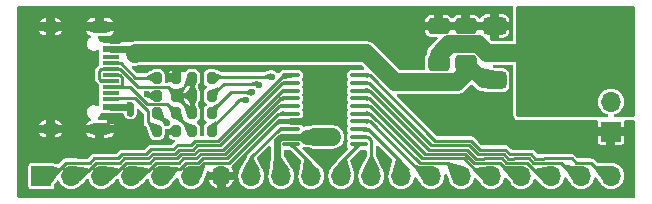
<source format=gtl>
G04 #@! TF.GenerationSoftware,KiCad,Pcbnew,9.0.3*
G04 #@! TF.CreationDate,2025-08-03T15:22:30-04:00*
G04 #@! TF.ProjectId,CH32V003F4P6,43483332-5630-4303-9346-3450362e6b69,rev?*
G04 #@! TF.SameCoordinates,Original*
G04 #@! TF.FileFunction,Copper,L1,Top*
G04 #@! TF.FilePolarity,Positive*
%FSLAX46Y46*%
G04 Gerber Fmt 4.6, Leading zero omitted, Abs format (unit mm)*
G04 Created by KiCad (PCBNEW 9.0.3) date 2025-08-03 15:22:30*
%MOMM*%
%LPD*%
G01*
G04 APERTURE LIST*
G04 Aperture macros list*
%AMRoundRect*
0 Rectangle with rounded corners*
0 $1 Rounding radius*
0 $2 $3 $4 $5 $6 $7 $8 $9 X,Y pos of 4 corners*
0 Add a 4 corners polygon primitive as box body*
4,1,4,$2,$3,$4,$5,$6,$7,$8,$9,$2,$3,0*
0 Add four circle primitives for the rounded corners*
1,1,$1+$1,$2,$3*
1,1,$1+$1,$4,$5*
1,1,$1+$1,$6,$7*
1,1,$1+$1,$8,$9*
0 Add four rect primitives between the rounded corners*
20,1,$1+$1,$2,$3,$4,$5,0*
20,1,$1+$1,$4,$5,$6,$7,0*
20,1,$1+$1,$6,$7,$8,$9,0*
20,1,$1+$1,$8,$9,$2,$3,0*%
G04 Aperture macros list end*
G04 #@! TA.AperFunction,ComponentPad*
%ADD10R,1.700000X1.700000*%
G04 #@! TD*
G04 #@! TA.AperFunction,ComponentPad*
%ADD11O,1.700000X1.700000*%
G04 #@! TD*
G04 #@! TA.AperFunction,SMDPad,CuDef*
%ADD12RoundRect,0.250000X0.650000X-0.412500X0.650000X0.412500X-0.650000X0.412500X-0.650000X-0.412500X0*%
G04 #@! TD*
G04 #@! TA.AperFunction,SMDPad,CuDef*
%ADD13R,1.450000X0.600000*%
G04 #@! TD*
G04 #@! TA.AperFunction,SMDPad,CuDef*
%ADD14R,1.450000X0.300000*%
G04 #@! TD*
G04 #@! TA.AperFunction,ComponentPad*
%ADD15O,2.100000X1.000000*%
G04 #@! TD*
G04 #@! TA.AperFunction,ComponentPad*
%ADD16O,1.600000X1.000000*%
G04 #@! TD*
G04 #@! TA.AperFunction,SMDPad,CuDef*
%ADD17RoundRect,0.200000X-0.200000X-0.275000X0.200000X-0.275000X0.200000X0.275000X-0.200000X0.275000X0*%
G04 #@! TD*
G04 #@! TA.AperFunction,SMDPad,CuDef*
%ADD18RoundRect,0.200000X0.200000X0.275000X-0.200000X0.275000X-0.200000X-0.275000X0.200000X-0.275000X0*%
G04 #@! TD*
G04 #@! TA.AperFunction,SMDPad,CuDef*
%ADD19RoundRect,0.100000X-0.637500X-0.100000X0.637500X-0.100000X0.637500X0.100000X-0.637500X0.100000X0*%
G04 #@! TD*
G04 #@! TA.AperFunction,SMDPad,CuDef*
%ADD20RoundRect,0.375000X-0.625000X-0.375000X0.625000X-0.375000X0.625000X0.375000X-0.625000X0.375000X0*%
G04 #@! TD*
G04 #@! TA.AperFunction,SMDPad,CuDef*
%ADD21RoundRect,0.500000X-0.500000X-1.400000X0.500000X-1.400000X0.500000X1.400000X-0.500000X1.400000X0*%
G04 #@! TD*
G04 #@! TA.AperFunction,ViaPad*
%ADD22C,0.600000*%
G04 #@! TD*
G04 #@! TA.AperFunction,Conductor*
%ADD23C,0.625000*%
G04 #@! TD*
G04 #@! TA.AperFunction,Conductor*
%ADD24C,0.600000*%
G04 #@! TD*
G04 #@! TA.AperFunction,Conductor*
%ADD25C,1.300000*%
G04 #@! TD*
G04 #@! TA.AperFunction,Conductor*
%ADD26C,1.500000*%
G04 #@! TD*
G04 #@! TA.AperFunction,Conductor*
%ADD27C,1.000000*%
G04 #@! TD*
G04 #@! TA.AperFunction,Conductor*
%ADD28C,0.250000*%
G04 #@! TD*
G04 #@! TA.AperFunction,Conductor*
%ADD29C,1.350000*%
G04 #@! TD*
G04 #@! TA.AperFunction,Conductor*
%ADD30C,1.250000*%
G04 #@! TD*
G04 #@! TA.AperFunction,Conductor*
%ADD31C,0.200000*%
G04 #@! TD*
G04 APERTURE END LIST*
D10*
X177292000Y-124445000D03*
D11*
X177292000Y-121905000D03*
X177292000Y-119365000D03*
D12*
X165000000Y-118625000D03*
X165000000Y-115500000D03*
D13*
X134945000Y-116650000D03*
X134945000Y-117450000D03*
D14*
X134945000Y-118650000D03*
X134945000Y-119650000D03*
X134945000Y-120150000D03*
X134945000Y-121150000D03*
D13*
X134945000Y-122350000D03*
X134945000Y-123150000D03*
X134945000Y-123150000D03*
X134945000Y-122350000D03*
D14*
X134945000Y-121650000D03*
X134945000Y-120650000D03*
X134945000Y-119150000D03*
X134945000Y-118150000D03*
D13*
X134945000Y-117450000D03*
X134945000Y-116650000D03*
D15*
X134030000Y-115580000D03*
D16*
X129850000Y-115580000D03*
D15*
X134030000Y-124220000D03*
D16*
X129850000Y-124220000D03*
D12*
X162700000Y-118625000D03*
X162700000Y-115500000D03*
D17*
X141831067Y-119905903D03*
X143481067Y-119905903D03*
D18*
X140500000Y-121394376D03*
X138850000Y-121394376D03*
D17*
X141831067Y-121403935D03*
X143481067Y-121403935D03*
D19*
X150237500Y-119675000D03*
X150237500Y-120325000D03*
X150237500Y-120975000D03*
X150237500Y-121625000D03*
X150237500Y-122275000D03*
X150237500Y-122925000D03*
X150237500Y-123575000D03*
X150237500Y-124225000D03*
X150237500Y-124875000D03*
X150237500Y-125525000D03*
X155962500Y-125525000D03*
X155962500Y-124875000D03*
X155962500Y-124225000D03*
X155962500Y-123575000D03*
X155962500Y-122925000D03*
X155962500Y-122275000D03*
X155962500Y-121625000D03*
X155962500Y-120975000D03*
X155962500Y-120325000D03*
X155962500Y-119675000D03*
D18*
X140500000Y-122897187D03*
X138850000Y-122897187D03*
D20*
X167450000Y-115500000D03*
X167450000Y-117800000D03*
D21*
X173750000Y-117800000D03*
D20*
X167450000Y-120100000D03*
D17*
X141831067Y-124399999D03*
X143481067Y-124399999D03*
X141831067Y-122901967D03*
X143481067Y-122901967D03*
D10*
X129075000Y-128200000D03*
D11*
X131615000Y-128200000D03*
X134155000Y-128200000D03*
X136695000Y-128200000D03*
X139235000Y-128200000D03*
X141775000Y-128200000D03*
X144315000Y-128200000D03*
X146855000Y-128200000D03*
X149395000Y-128200000D03*
X151935000Y-128200000D03*
X154475000Y-128200000D03*
X157015000Y-128200000D03*
X159555000Y-128200000D03*
X162095000Y-128200000D03*
X164635000Y-128200000D03*
X167175000Y-128200000D03*
X169715000Y-128200000D03*
X172255000Y-128200000D03*
X174795000Y-128200000D03*
X177335000Y-128200000D03*
D17*
X138850000Y-124399998D03*
X140500000Y-124399998D03*
X138850000Y-119891565D03*
X140500000Y-119891565D03*
D22*
X143057792Y-129484503D03*
X140520835Y-129484503D03*
X166900000Y-121600000D03*
X132909964Y-129484503D03*
X145594749Y-129484503D03*
X165500000Y-121600000D03*
X151700000Y-122700000D03*
X173501276Y-129484503D03*
X167900000Y-114200000D03*
X152400000Y-123000000D03*
X160700000Y-116100000D03*
X155742577Y-129484503D03*
X159900000Y-116500000D03*
X153100000Y-123400000D03*
X176038233Y-129484503D03*
X150668663Y-129484503D03*
X159900000Y-115700000D03*
X153100000Y-122700000D03*
X166500000Y-114200000D03*
X160816491Y-129484503D03*
X164400000Y-114200000D03*
X163353448Y-129484503D03*
X163700000Y-114200000D03*
X137983878Y-129484503D03*
X168300000Y-121600000D03*
X160700000Y-116900000D03*
X153205620Y-129484503D03*
X148131706Y-129484503D03*
X151700000Y-122000000D03*
X130373007Y-129484503D03*
X168600000Y-114200000D03*
X164800000Y-121600000D03*
X160700000Y-115300000D03*
X166200000Y-121600000D03*
X163000000Y-114200000D03*
X162300000Y-114200000D03*
X152400000Y-122300000D03*
X165100000Y-114200000D03*
X160700000Y-114500000D03*
X159900000Y-114900000D03*
X159900000Y-117300000D03*
X152400000Y-121600000D03*
X168427362Y-129484503D03*
X165890405Y-129484503D03*
X153100000Y-122000000D03*
X151700000Y-123400000D03*
X161600000Y-114200000D03*
X167200000Y-114200000D03*
X170964319Y-129484503D03*
X160700000Y-117700000D03*
X165800000Y-114200000D03*
X158279534Y-129484503D03*
X135446921Y-129484503D03*
X167600000Y-121600000D03*
X138650000Y-117800000D03*
X136610283Y-122852988D03*
X136610283Y-122200000D03*
X136975000Y-117875000D03*
X171200000Y-122400000D03*
X170800000Y-117500000D03*
X171800000Y-116100000D03*
X174700000Y-122400000D03*
X175800000Y-119600000D03*
X175800000Y-118200000D03*
X173400000Y-121700000D03*
X171200000Y-121000000D03*
X176700000Y-116800000D03*
X174940000Y-115300000D03*
X173180000Y-115300000D03*
X173400000Y-120300000D03*
X172080000Y-121000000D03*
X172300000Y-115300000D03*
X174500000Y-114600000D03*
X171680000Y-117500000D03*
X173840000Y-121000000D03*
X171680000Y-120300000D03*
X176300000Y-117500000D03*
X173900000Y-122400000D03*
X152900000Y-124900000D03*
X172080000Y-118200000D03*
X173700000Y-114600000D03*
X146944000Y-121100000D03*
X172080000Y-119600000D03*
X171200000Y-118200000D03*
X176300000Y-114600000D03*
X170800000Y-116100000D03*
X172180000Y-116800000D03*
X176700000Y-118200000D03*
X171680000Y-118900000D03*
X170800000Y-118900000D03*
X174300000Y-121700000D03*
X175800000Y-116800000D03*
X177200000Y-116100000D03*
X172800000Y-114600000D03*
X173000000Y-122400000D03*
X177200000Y-117500000D03*
X172080000Y-122400000D03*
X176300000Y-116100000D03*
X175400000Y-114600000D03*
X175400000Y-116100000D03*
X175200000Y-121700000D03*
X172960000Y-121000000D03*
X172560000Y-120300000D03*
X171680000Y-121700000D03*
X152200000Y-124900000D03*
X174060000Y-115300000D03*
X171300000Y-116800000D03*
X170800000Y-120300000D03*
X175820000Y-115300000D03*
X171300000Y-115300000D03*
X151600000Y-124875000D03*
X171200000Y-119600000D03*
X175400000Y-117500000D03*
X176700000Y-115300000D03*
X175200000Y-120300000D03*
X174700000Y-121000000D03*
X153700000Y-124900000D03*
X176100000Y-120300000D03*
X174300000Y-120300000D03*
X170800000Y-121700000D03*
X172560000Y-121700000D03*
X176200000Y-118900000D03*
X171800000Y-114600000D03*
X175600000Y-121000000D03*
X175300000Y-118900000D03*
X138000000Y-121300000D03*
X147496000Y-120457903D03*
X146392000Y-121800000D03*
X148600000Y-119800000D03*
X139700000Y-123700000D03*
D23*
X151525000Y-123575000D02*
X151700000Y-123400000D01*
D24*
X135495000Y-123700000D02*
X135800000Y-123700000D01*
X134945000Y-123150000D02*
X135495000Y-123700000D01*
X134945000Y-116650000D02*
X135550000Y-116650000D01*
X135400000Y-116195000D02*
X135400000Y-116100000D01*
D23*
X150237500Y-123575000D02*
X151525000Y-123575000D01*
D24*
X135550000Y-116650000D02*
X136200000Y-116000000D01*
X134945000Y-116650000D02*
X135400000Y-116195000D01*
X138650000Y-117800000D02*
X138575000Y-117875000D01*
X136975000Y-117875000D02*
X136550000Y-117450000D01*
X136610283Y-122212283D02*
X136600000Y-122202000D01*
D25*
X166475000Y-120100000D02*
X167450000Y-120100000D01*
D24*
X136610283Y-122852988D02*
X136610283Y-122212283D01*
D25*
X165000000Y-118625000D02*
X166475000Y-120100000D01*
D26*
X138650000Y-117800000D02*
X156600000Y-117800000D01*
X156600000Y-117800000D02*
X159052000Y-120252000D01*
D24*
X138575000Y-117875000D02*
X136975000Y-117875000D01*
D26*
X164248000Y-120252000D02*
X165000000Y-119500000D01*
D24*
X136598000Y-122202000D02*
X136450000Y-122350000D01*
D26*
X159052000Y-120252000D02*
X164248000Y-120252000D01*
X137050000Y-117800000D02*
X136975000Y-117875000D01*
D24*
X136600000Y-122202000D02*
X136598000Y-122202000D01*
X136450000Y-122350000D02*
X134945000Y-122350000D01*
D26*
X138650000Y-117800000D02*
X137050000Y-117800000D01*
D27*
X165000000Y-119500000D02*
X165000000Y-118625000D01*
D24*
X136550000Y-117450000D02*
X134945000Y-117450000D01*
D26*
X167450000Y-117800000D02*
X166838246Y-117800000D01*
X166838246Y-117800000D02*
X166077746Y-117039500D01*
D23*
X150237500Y-124875000D02*
X151600000Y-124875000D01*
D26*
X163623000Y-117039500D02*
X162700000Y-117962500D01*
D23*
X149060500Y-127865500D02*
X149395000Y-128200000D01*
D28*
X143503546Y-122696454D02*
X143503546Y-122853929D01*
D23*
X152875000Y-124875000D02*
X152900000Y-124900000D01*
X152900000Y-124900000D02*
X153700000Y-124900000D01*
D28*
X146944000Y-121100000D02*
X145100000Y-121100000D01*
D23*
X150237500Y-124875000D02*
X149384262Y-124875000D01*
D26*
X167450000Y-117800000D02*
X173750000Y-117800000D01*
X152200000Y-124900000D02*
X153700000Y-124900000D01*
D28*
X145100000Y-121100000D02*
X143503546Y-122696454D01*
D23*
X149384262Y-124875000D02*
X149060500Y-125198762D01*
X152175000Y-124875000D02*
X152200000Y-124900000D01*
X151600000Y-124875000D02*
X152875000Y-124875000D01*
X149060500Y-125198762D02*
X149060500Y-127865500D01*
D29*
X162700000Y-117962500D02*
X162700000Y-118625000D01*
D30*
X151600000Y-124875000D02*
X152175000Y-124875000D01*
D26*
X166077746Y-117039500D02*
X163623000Y-117039500D01*
D28*
X135783158Y-118650000D02*
X134945000Y-118650000D01*
X138850000Y-119891565D02*
X137024723Y-119891565D01*
X137024723Y-119891565D02*
X135783158Y-118650000D01*
X135922000Y-119870000D02*
X135922000Y-120578000D01*
X138034901Y-122134901D02*
X136550000Y-120650000D01*
X141850000Y-124400000D02*
X140500000Y-123050000D01*
X140500000Y-123050000D02*
X140500000Y-122900000D01*
X135922000Y-120578000D02*
X135850000Y-120650000D01*
X136550000Y-120650000D02*
X135850000Y-120650000D01*
X135702000Y-119650000D02*
X135922000Y-119870000D01*
X135850000Y-120650000D02*
X134945000Y-120650000D01*
X134945000Y-119650000D02*
X135702000Y-119650000D01*
X140500000Y-122900000D02*
X139734901Y-122134901D01*
X139734901Y-122134901D02*
X138034901Y-122134901D01*
X141853546Y-122853929D02*
X141853546Y-122745111D01*
X141853546Y-121395111D02*
X141850000Y-121391565D01*
X133968000Y-119332000D02*
X133968000Y-119968000D01*
X141853546Y-122745111D02*
X140500000Y-121391565D01*
X133968000Y-119968000D02*
X134150000Y-120150000D01*
D31*
X141883131Y-119926908D02*
X141883131Y-120008434D01*
D28*
X134150000Y-119150000D02*
X133968000Y-119332000D01*
X135750000Y-119150000D02*
X137264565Y-120664565D01*
X134945000Y-119150000D02*
X135750000Y-119150000D01*
X141875000Y-119935039D02*
X141883131Y-119926908D01*
X134945000Y-119150000D02*
X134150000Y-119150000D01*
X140500000Y-121391565D02*
X141875000Y-121391565D01*
X134150000Y-120150000D02*
X134945000Y-120150000D01*
X141875000Y-121391565D02*
X141875000Y-119935039D01*
X141853546Y-122853929D02*
X141853546Y-121395111D01*
D31*
X141883131Y-120008434D02*
X140500000Y-121391565D01*
D28*
X139773000Y-120664565D02*
X140500000Y-121391565D01*
X137264565Y-120664565D02*
X139773000Y-120664565D01*
X134967799Y-121627201D02*
X136994043Y-121627201D01*
X136994043Y-121627201D02*
X138100000Y-122733158D01*
X138100000Y-123649998D02*
X138850000Y-124399998D01*
D31*
X138849998Y-124400000D02*
X138664645Y-124400000D01*
X138850000Y-124399998D02*
X138849998Y-124400000D01*
D28*
X134945000Y-121650000D02*
X134967799Y-121627201D01*
X138100000Y-122733158D02*
X138100000Y-123649998D01*
X170198000Y-127098000D02*
X171300000Y-128200000D01*
X166560377Y-126723000D02*
X166562377Y-126721000D01*
X169258536Y-127098000D02*
X170198000Y-127098000D01*
X169256536Y-127100000D02*
X169258536Y-127098000D01*
X168433159Y-127100000D02*
X169256536Y-127100000D01*
X156875000Y-120975000D02*
X161867000Y-125967000D01*
X165889318Y-126723000D02*
X166560377Y-126723000D01*
X166562377Y-126721000D02*
X168054159Y-126721000D01*
X165133318Y-125967000D02*
X165889318Y-126723000D01*
X161867000Y-125967000D02*
X165133318Y-125967000D01*
X171300000Y-128200000D02*
X172255000Y-128200000D01*
X176595000Y-121905000D02*
X177292000Y-121905000D01*
X168054159Y-126721000D02*
X168433159Y-127100000D01*
X155962500Y-120975000D02*
X156875000Y-120975000D01*
X141719205Y-125590000D02*
X140610523Y-125590000D01*
X135926218Y-126344000D02*
X135549218Y-126721000D01*
X129375000Y-127900000D02*
X129075000Y-128200000D01*
X144037000Y-125213000D02*
X142096205Y-125213000D01*
X133163377Y-127100000D02*
X132073464Y-127100000D01*
X137933059Y-126344000D02*
X135926218Y-126344000D01*
X140254523Y-125946000D02*
X138331059Y-125946000D01*
X135549218Y-126721000D02*
X133542377Y-126721000D01*
X132071464Y-127098000D02*
X131158536Y-127098000D01*
X132073464Y-127100000D02*
X132071464Y-127098000D01*
X140610523Y-125590000D02*
X140254523Y-125946000D01*
X142096205Y-125213000D02*
X141719205Y-125590000D01*
X133542377Y-126721000D02*
X133163377Y-127100000D01*
X150237500Y-119675000D02*
X149575000Y-119675000D01*
X130356536Y-127900000D02*
X129375000Y-127900000D01*
X138331059Y-125946000D02*
X137933059Y-126344000D01*
X149575000Y-119675000D02*
X144037000Y-125213000D01*
X131158536Y-127098000D02*
X130356536Y-127900000D01*
X136082377Y-126721000D02*
X135703377Y-127100000D01*
X135703377Y-127100000D02*
X135600000Y-127100000D01*
X144210000Y-125590000D02*
X142252364Y-125590000D01*
X140766682Y-125967000D02*
X140410682Y-126323000D01*
X138487218Y-126323000D02*
X138089218Y-126721000D01*
X150237500Y-120325000D02*
X149475000Y-120325000D01*
X138089218Y-126721000D02*
X136082377Y-126721000D01*
X142252364Y-125590000D02*
X141875364Y-125967000D01*
X140410682Y-126323000D02*
X138487218Y-126323000D01*
X135598000Y-127098000D02*
X133698536Y-127098000D01*
X149475000Y-120325000D02*
X144210000Y-125590000D01*
X132996536Y-127800000D02*
X132015000Y-127800000D01*
X135600000Y-127100000D02*
X135598000Y-127098000D01*
X133698536Y-127098000D02*
X132996536Y-127800000D01*
X132015000Y-127800000D02*
X131615000Y-128200000D01*
X141875364Y-125967000D02*
X140766682Y-125967000D01*
X144453372Y-125967000D02*
X142408523Y-125967000D01*
X140922841Y-126344000D02*
X140566841Y-126700000D01*
X136238536Y-127098000D02*
X135336536Y-128000000D01*
X140566841Y-126700000D02*
X138643377Y-126700000D01*
X134355000Y-128000000D02*
X134155000Y-128200000D01*
X138643377Y-126700000D02*
X138245377Y-127098000D01*
X142408523Y-125967000D02*
X142031523Y-126344000D01*
X150237500Y-120975000D02*
X149445372Y-120975000D01*
X138245377Y-127098000D02*
X136238536Y-127098000D01*
X149445372Y-120975000D02*
X144453372Y-125967000D01*
X142031523Y-126344000D02*
X140922841Y-126344000D01*
X135336536Y-128000000D02*
X134355000Y-128000000D01*
X150237500Y-122275000D02*
X149211688Y-122275000D01*
X142720841Y-126721000D02*
X142343841Y-127098000D01*
X138000000Y-121300000D02*
X138091565Y-121391565D01*
X138091565Y-121391565D02*
X138850000Y-121391565D01*
X144765688Y-126721000D02*
X142720841Y-126721000D01*
X141318536Y-127098000D02*
X140816536Y-127600000D01*
X140816536Y-127600000D02*
X139835000Y-127600000D01*
X149211688Y-122275000D02*
X144765688Y-126721000D01*
X139835000Y-127600000D02*
X139235000Y-128200000D01*
X142343841Y-127098000D02*
X141318536Y-127098000D01*
X150237500Y-124225000D02*
X149235938Y-124225000D01*
X149235938Y-124225000D02*
X146855000Y-126605938D01*
X146855000Y-126605938D02*
X146855000Y-128200000D01*
X150237500Y-125525000D02*
X151935000Y-127222500D01*
X151935000Y-127222500D02*
X151935000Y-128200000D01*
X143512464Y-121387536D02*
X143481067Y-121387536D01*
X144500000Y-120400000D02*
X143512464Y-121387536D01*
X147496000Y-120457903D02*
X147438097Y-120400000D01*
X147438097Y-120400000D02*
X144500000Y-120400000D01*
X154475000Y-127012500D02*
X154475000Y-128200000D01*
X143481068Y-124400000D02*
X143500000Y-124400000D01*
X145800000Y-121800000D02*
X143481067Y-124118933D01*
X155962500Y-125525000D02*
X154475000Y-127012500D01*
X146392000Y-121800000D02*
X145800000Y-121800000D01*
X143481067Y-124399999D02*
X143481068Y-124400000D01*
X143481067Y-124118933D02*
X143481067Y-124399999D01*
X143592343Y-119800000D02*
X143486440Y-119905903D01*
X156699999Y-124875000D02*
X157015000Y-125190001D01*
X155962500Y-124875000D02*
X156699999Y-124875000D01*
X157015000Y-125190001D02*
X157015000Y-128200000D01*
X148600000Y-119800000D02*
X143592343Y-119800000D01*
X156725000Y-124225000D02*
X159555000Y-127055000D01*
X155962500Y-124225000D02*
X156725000Y-124225000D01*
X159555000Y-127055000D02*
X159555000Y-128200000D01*
X155962500Y-123575000D02*
X156875000Y-123575000D01*
X156875000Y-123575000D02*
X161500000Y-128200000D01*
X161500000Y-128200000D02*
X162095000Y-128200000D01*
X164821000Y-126721000D02*
X166300000Y-128200000D01*
X155962500Y-122275000D02*
X156875000Y-122275000D01*
X156875000Y-122275000D02*
X161321000Y-126721000D01*
X166300000Y-128200000D02*
X167175000Y-128200000D01*
X161321000Y-126721000D02*
X164821000Y-126721000D01*
X156825000Y-121625000D02*
X161544000Y-126344000D01*
X169000000Y-128200000D02*
X169715000Y-128200000D01*
X161544000Y-126344000D02*
X164977159Y-126344000D01*
X165733159Y-127100000D02*
X166716536Y-127100000D01*
X164977159Y-126344000D02*
X165733159Y-127100000D01*
X155962500Y-121625000D02*
X156825000Y-121625000D01*
X167898000Y-127098000D02*
X169000000Y-128200000D01*
X166716536Y-127100000D02*
X166718536Y-127098000D01*
X166718536Y-127098000D02*
X167898000Y-127098000D01*
X171798536Y-127098000D02*
X173098000Y-127098000D01*
X171796536Y-127100000D02*
X171798536Y-127098000D01*
X166045477Y-126346000D02*
X166404218Y-126346000D01*
X168589318Y-126723000D02*
X169100377Y-126723000D01*
X173098000Y-127098000D02*
X174200000Y-128200000D01*
X169100377Y-126723000D02*
X169102377Y-126721000D01*
X174200000Y-128200000D02*
X174795000Y-128200000D01*
X166404218Y-126346000D02*
X166406218Y-126344000D01*
X165289477Y-125590000D02*
X166045477Y-126346000D01*
X170354158Y-126721000D02*
X170733158Y-127100000D01*
X166406218Y-126344000D02*
X168210318Y-126344000D01*
X162090000Y-125590000D02*
X165289477Y-125590000D01*
X168210318Y-126344000D02*
X168589318Y-126723000D01*
X156825000Y-120325000D02*
X162090000Y-125590000D01*
X170733158Y-127100000D02*
X171796536Y-127100000D01*
X155962500Y-120325000D02*
X156825000Y-120325000D01*
X169102377Y-126721000D02*
X170354158Y-126721000D01*
X166201636Y-125969000D02*
X166248059Y-125969000D01*
X166250059Y-125967000D02*
X168366477Y-125967000D01*
X156875000Y-119675000D02*
X162413000Y-125213000D01*
X173961536Y-126721000D02*
X174338536Y-127098000D01*
X170510316Y-126344000D02*
X170889316Y-126723000D01*
X171642377Y-126721000D02*
X173961536Y-126721000D01*
X175598000Y-127098000D02*
X176700000Y-128200000D01*
X168944218Y-126346000D02*
X168946218Y-126344000D01*
X168366477Y-125967000D02*
X168745477Y-126346000D01*
X166248059Y-125969000D02*
X166250059Y-125967000D01*
X176700000Y-128200000D02*
X177335000Y-128200000D01*
X162413000Y-125213000D02*
X165445636Y-125213000D01*
X168745477Y-126346000D02*
X168944218Y-126346000D01*
X171640377Y-126723000D02*
X171642377Y-126721000D01*
X170889316Y-126723000D02*
X171640377Y-126723000D01*
X155962500Y-119675000D02*
X156875000Y-119675000D01*
X168946218Y-126344000D02*
X170510316Y-126344000D01*
X174338536Y-127098000D02*
X175598000Y-127098000D01*
X165445636Y-125213000D02*
X166201636Y-125969000D01*
X155962500Y-122925000D02*
X156925000Y-122925000D01*
X163533000Y-127098000D02*
X164635000Y-128200000D01*
X161098000Y-127098000D02*
X163533000Y-127098000D01*
X156925000Y-122925000D02*
X161098000Y-127098000D01*
X142877000Y-127098000D02*
X141775000Y-128200000D01*
X139700000Y-123700000D02*
X138900000Y-122900000D01*
X150237500Y-122925000D02*
X149094846Y-122925000D01*
X144921846Y-127098000D02*
X142877000Y-127098000D01*
X149094846Y-122925000D02*
X144921846Y-127098000D01*
X149328530Y-121625000D02*
X144609530Y-126344000D01*
X137095000Y-127800000D02*
X136695000Y-128200000D01*
X138076536Y-127800000D02*
X137095000Y-127800000D01*
X139691464Y-127098000D02*
X138778536Y-127098000D01*
X144609530Y-126344000D02*
X142564682Y-126344000D01*
X138778536Y-127098000D02*
X138076536Y-127800000D01*
X139693464Y-127100000D02*
X139691464Y-127098000D01*
X142564682Y-126344000D02*
X142187682Y-126721000D01*
X140700000Y-127100000D02*
X139693464Y-127100000D01*
X150237500Y-121625000D02*
X149328530Y-121625000D01*
X142187682Y-126721000D02*
X141079000Y-126721000D01*
X141079000Y-126721000D02*
X140700000Y-127100000D01*
G04 #@! TA.AperFunction,Conductor*
G36*
X141488719Y-121005911D02*
G01*
X141825314Y-121396107D01*
X141828123Y-121404609D01*
X141825130Y-121411599D01*
X141481639Y-121791153D01*
X141473547Y-121794987D01*
X141466692Y-121793179D01*
X141036495Y-121520011D01*
X141031348Y-121512683D01*
X141031067Y-121510134D01*
X141031067Y-121273223D01*
X141034494Y-121264950D01*
X141036788Y-121263165D01*
X141473884Y-121003493D01*
X141482747Y-121002215D01*
X141488719Y-121005911D01*
G37*
G04 #@! TD.AperFunction*
G04 #@! TA.AperFunction,Conductor*
G36*
X155967638Y-125535121D02*
G01*
X155967660Y-125535175D01*
X156041761Y-125716250D01*
X156041723Y-125725204D01*
X156037540Y-125730337D01*
X155717480Y-125949325D01*
X155708717Y-125951169D01*
X155702600Y-125947942D01*
X155492029Y-125737371D01*
X155488602Y-125729098D01*
X155492029Y-125720825D01*
X155495813Y-125718294D01*
X155952348Y-125528799D01*
X155961301Y-125528793D01*
X155967638Y-125535121D01*
G37*
G04 #@! TD.AperFunction*
G04 #@! TA.AperFunction,Conductor*
G36*
X141442448Y-119771241D02*
G01*
X141825985Y-119903204D01*
X141832692Y-119909135D01*
X141833437Y-119911089D01*
X141963402Y-120371665D01*
X141962351Y-120380557D01*
X141957458Y-120385264D01*
X141332802Y-120703894D01*
X141323875Y-120704601D01*
X141319213Y-120701745D01*
X141188796Y-120571328D01*
X141185369Y-120563055D01*
X141185892Y-120559596D01*
X141427499Y-119778854D01*
X141433217Y-119771966D01*
X141442134Y-119771138D01*
X141442448Y-119771241D01*
G37*
G04 #@! TD.AperFunction*
G04 #@! TA.AperFunction,Conductor*
G36*
X141838969Y-121410175D02*
G01*
X142209122Y-121749314D01*
X142209588Y-121749741D01*
X142213373Y-121757857D01*
X142212340Y-121763199D01*
X141981660Y-122272066D01*
X141975123Y-122278186D01*
X141971004Y-122278935D01*
X141735529Y-122278935D01*
X141727256Y-122275508D01*
X141725231Y-122272788D01*
X141450617Y-121763494D01*
X141449706Y-121754585D01*
X141453009Y-121749316D01*
X141823164Y-121410175D01*
X141831578Y-121407114D01*
X141838969Y-121410175D01*
G37*
G04 #@! TD.AperFunction*
G04 #@! TA.AperFunction,Conductor*
G36*
X156649403Y-122088955D02*
G01*
X156963442Y-122198161D01*
X156970129Y-122204114D01*
X156970649Y-122213054D01*
X156967871Y-122217484D01*
X156805566Y-122379789D01*
X156802690Y-122381897D01*
X156642399Y-122465240D01*
X156633791Y-122466110D01*
X156002115Y-122285802D01*
X155995100Y-122280236D01*
X155994075Y-122271340D01*
X155999641Y-122264325D01*
X156002243Y-122263265D01*
X156642486Y-122088719D01*
X156649403Y-122088955D01*
G37*
G04 #@! TD.AperFunction*
G04 #@! TA.AperFunction,Conductor*
G36*
X140897835Y-122762670D02*
G01*
X140903772Y-122769374D01*
X140903786Y-122769415D01*
X141163658Y-123532334D01*
X141163082Y-123541271D01*
X141160856Y-123544380D01*
X140995449Y-123709787D01*
X140987176Y-123713214D01*
X140981527Y-123711760D01*
X140373692Y-123376666D01*
X140368102Y-123369671D01*
X140368078Y-123363254D01*
X140497635Y-122902378D01*
X140503172Y-122895341D01*
X140505084Y-122894483D01*
X140888898Y-122762127D01*
X140897835Y-122762670D01*
G37*
G04 #@! TD.AperFunction*
G04 #@! TA.AperFunction,Conductor*
G36*
X135589437Y-127565969D02*
G01*
X135595891Y-127569254D01*
X135761794Y-127735157D01*
X135765221Y-127743430D01*
X135761887Y-127751610D01*
X134868531Y-128665298D01*
X134860297Y-128668817D01*
X134853676Y-128666854D01*
X134160811Y-128205051D01*
X134155827Y-128197611D01*
X134155826Y-128193025D01*
X134318629Y-127377344D01*
X134323608Y-127369904D01*
X134331918Y-127368078D01*
X135589437Y-127565969D01*
G37*
G04 #@! TD.AperFunction*
G04 #@! TA.AperFunction,Conductor*
G36*
X129931471Y-127351678D02*
G01*
X130560962Y-127514913D01*
X130566298Y-127517965D01*
X130733671Y-127685338D01*
X130737098Y-127693611D01*
X130734781Y-127700600D01*
X129931740Y-128778763D01*
X129924050Y-128783351D01*
X129915711Y-128781403D01*
X129085847Y-128208681D01*
X129080985Y-128201162D01*
X129082864Y-128192406D01*
X129084214Y-128190785D01*
X129920269Y-127354730D01*
X129928541Y-127351304D01*
X129931471Y-127351678D01*
G37*
G04 #@! TD.AperFunction*
G04 #@! TA.AperFunction,Conductor*
G36*
X134221940Y-120000402D02*
G01*
X134879726Y-120137004D01*
X134887129Y-120142042D01*
X134888802Y-120150839D01*
X134883764Y-120158243D01*
X134878968Y-120160047D01*
X134222687Y-120251898D01*
X134217421Y-120251429D01*
X134023134Y-120187748D01*
X134016340Y-120181915D01*
X134015660Y-120172986D01*
X134018503Y-120168359D01*
X134179013Y-120007849D01*
X134185752Y-120004524D01*
X134218031Y-120000260D01*
X134221940Y-120000402D01*
G37*
G04 #@! TD.AperFunction*
G04 #@! TA.AperFunction,Conductor*
G36*
X150228500Y-120322999D02*
G01*
X150236248Y-120327488D01*
X150238642Y-120334076D01*
X150246597Y-120512962D01*
X150243542Y-120521379D01*
X150235429Y-120525170D01*
X150235085Y-120525181D01*
X149444593Y-120537057D01*
X149436269Y-120533754D01*
X149436144Y-120533631D01*
X149273737Y-120371224D01*
X149270310Y-120362951D01*
X149273737Y-120354678D01*
X149276235Y-120352776D01*
X149496582Y-120227851D01*
X149503895Y-120226433D01*
X150228500Y-120322999D01*
G37*
G04 #@! TD.AperFunction*
G04 #@! TA.AperFunction,Conductor*
G36*
X165007446Y-118633081D02*
G01*
X165505723Y-119282857D01*
X165508038Y-119291508D01*
X165507706Y-119293132D01*
X165217526Y-120329264D01*
X165211994Y-120336307D01*
X165203104Y-120337376D01*
X165197986Y-120334382D01*
X164155469Y-119291865D01*
X164152042Y-119283592D01*
X164152118Y-119282262D01*
X164161298Y-119202651D01*
X164165649Y-119194828D01*
X164166298Y-119194348D01*
X164991563Y-118630539D01*
X165000326Y-118628703D01*
X165007446Y-118633081D01*
G37*
G04 #@! TD.AperFunction*
G04 #@! TA.AperFunction,Conductor*
G36*
X142996218Y-126978251D02*
G01*
X143001764Y-126985282D01*
X143002204Y-126988461D01*
X143002204Y-127221043D01*
X143001566Y-127224852D01*
X142611992Y-128356169D01*
X142606059Y-128362876D01*
X142598650Y-128363836D01*
X141781679Y-128201525D01*
X141774232Y-128196551D01*
X141772481Y-128192318D01*
X141611267Y-127376925D01*
X141613024Y-127368147D01*
X141619564Y-127363398D01*
X141663689Y-127350940D01*
X141666868Y-127350500D01*
X142394064Y-127350500D01*
X142394066Y-127350500D01*
X142486871Y-127312059D01*
X142754418Y-127044511D01*
X142759508Y-127041526D01*
X142987325Y-126977201D01*
X142996218Y-126978251D01*
G37*
G04 #@! TD.AperFunction*
G04 #@! TA.AperFunction,Conductor*
G36*
X141084370Y-120670623D02*
G01*
X141087787Y-120672995D01*
X141218272Y-120803480D01*
X141221699Y-120811753D01*
X141220741Y-120816389D01*
X140904553Y-121549004D01*
X140898129Y-121555242D01*
X140889368Y-121555192D01*
X140505153Y-121397488D01*
X140498801Y-121391176D01*
X140498106Y-121388864D01*
X140410339Y-120929074D01*
X140412153Y-120920307D01*
X140417736Y-120915922D01*
X141075422Y-120670307D01*
X141084370Y-120670623D01*
G37*
G04 #@! TD.AperFunction*
G04 #@! TA.AperFunction,Conductor*
G36*
X156681988Y-120167474D02*
G01*
X156794613Y-120215849D01*
X156950556Y-120282830D01*
X156956806Y-120289243D01*
X156956689Y-120298197D01*
X156954212Y-120301853D01*
X156791584Y-120464481D01*
X156787044Y-120467296D01*
X156641716Y-120516227D01*
X156634772Y-120516390D01*
X156006279Y-120336991D01*
X155999264Y-120331425D01*
X155998239Y-120322529D01*
X156003805Y-120315514D01*
X156006964Y-120314315D01*
X156674849Y-120166799D01*
X156681988Y-120167474D01*
G37*
G04 #@! TD.AperFunction*
G04 #@! TA.AperFunction,Conductor*
G36*
X144054810Y-120673198D02*
G01*
X144058410Y-120675651D01*
X144223901Y-120841142D01*
X144227328Y-120849415D01*
X144226173Y-120854484D01*
X143885880Y-121562318D01*
X143879207Y-121568290D01*
X143870818Y-121568042D01*
X143486231Y-121407099D01*
X143479922Y-121400744D01*
X143479233Y-121398377D01*
X143396520Y-120938380D01*
X143398428Y-120929634D01*
X143403753Y-120925424D01*
X144045859Y-120673035D01*
X144054810Y-120673198D01*
G37*
G04 #@! TD.AperFunction*
G04 #@! TA.AperFunction,Conductor*
G36*
X169547710Y-127369792D02*
G01*
X169551092Y-127375952D01*
X169714173Y-128193025D01*
X169712431Y-128201809D01*
X169709188Y-128205051D01*
X169017520Y-128666056D01*
X169008735Y-128667793D01*
X169001625Y-128663278D01*
X168197898Y-127576784D01*
X168195733Y-127568095D01*
X168199029Y-127561555D01*
X168365359Y-127395225D01*
X168373377Y-127391802D01*
X169539366Y-127366545D01*
X169547710Y-127369792D01*
G37*
G04 #@! TD.AperFunction*
G04 #@! TA.AperFunction,Conductor*
G36*
X151532322Y-126642815D02*
G01*
X151532444Y-126642933D01*
X152400257Y-127486468D01*
X152403801Y-127494692D01*
X152401838Y-127501347D01*
X151940051Y-128194188D01*
X151932611Y-128199172D01*
X151928025Y-128199173D01*
X151112823Y-128036466D01*
X151105381Y-128031486D01*
X151103639Y-128022705D01*
X151346580Y-126815016D01*
X151349774Y-126809055D01*
X151515897Y-126642932D01*
X151524169Y-126639506D01*
X151532322Y-126642815D01*
G37*
G04 #@! TD.AperFunction*
G04 #@! TA.AperFunction,Conductor*
G36*
X146881983Y-120810460D02*
G01*
X146887743Y-120817317D01*
X146888054Y-120818521D01*
X146944530Y-121097680D01*
X146944530Y-121102320D01*
X146888054Y-121381478D01*
X146883054Y-121388907D01*
X146874266Y-121390626D01*
X146873062Y-121390315D01*
X146357940Y-121227582D01*
X146351083Y-121221822D01*
X146349764Y-121216425D01*
X146349764Y-120983574D01*
X146353191Y-120975301D01*
X146357940Y-120972417D01*
X146873063Y-120809684D01*
X146881983Y-120810460D01*
G37*
G04 #@! TD.AperFunction*
G04 #@! TA.AperFunction,Conductor*
G36*
X135672607Y-118522427D02*
G01*
X135878584Y-118582150D01*
X135885576Y-118587745D01*
X135886563Y-118596645D01*
X135883599Y-118601660D01*
X135721546Y-118763713D01*
X135719981Y-118765026D01*
X135674140Y-118797102D01*
X135665397Y-118799038D01*
X135665053Y-118798972D01*
X135004046Y-118661701D01*
X134996642Y-118656663D01*
X134994969Y-118647866D01*
X135000007Y-118640462D01*
X135004394Y-118638723D01*
X135667326Y-118522142D01*
X135672607Y-118522427D01*
G37*
G04 #@! TD.AperFunction*
G04 #@! TA.AperFunction,Conductor*
G36*
X156649403Y-119488955D02*
G01*
X156963442Y-119598161D01*
X156970129Y-119604114D01*
X156970649Y-119613054D01*
X156967871Y-119617484D01*
X156805566Y-119779789D01*
X156802690Y-119781897D01*
X156642399Y-119865240D01*
X156633791Y-119866110D01*
X156002115Y-119685802D01*
X155995100Y-119680236D01*
X155994075Y-119671340D01*
X155999641Y-119664325D01*
X156002243Y-119663265D01*
X156642486Y-119488719D01*
X156649403Y-119488955D01*
G37*
G04 #@! TD.AperFunction*
G04 #@! TA.AperFunction,Conductor*
G36*
X165882868Y-118622181D02*
G01*
X165886295Y-118630454D01*
X165886168Y-118632172D01*
X165737394Y-119634155D01*
X165732789Y-119641836D01*
X165724103Y-119644010D01*
X165723530Y-119643910D01*
X165585094Y-119616266D01*
X165012332Y-119501896D01*
X165004891Y-119496917D01*
X165003151Y-119488133D01*
X165006349Y-119482153D01*
X165866323Y-118622180D01*
X165874595Y-118618754D01*
X165882868Y-118622181D01*
G37*
G04 #@! TD.AperFunction*
G04 #@! TA.AperFunction,Conductor*
G36*
X164964598Y-119340186D02*
G01*
X164969190Y-119347372D01*
X164979070Y-119397236D01*
X164979131Y-119397585D01*
X164979135Y-119397591D01*
X164979133Y-119397596D01*
X164979150Y-119397689D01*
X164987056Y-119447879D01*
X164984959Y-119456585D01*
X164977320Y-119461257D01*
X164968614Y-119459160D01*
X164964022Y-119451974D01*
X164954143Y-119402112D01*
X164954180Y-119401922D01*
X164954078Y-119401758D01*
X164946156Y-119351464D01*
X164948253Y-119342761D01*
X164955892Y-119338089D01*
X164964598Y-119340186D01*
G37*
G04 #@! TD.AperFunction*
G04 #@! TA.AperFunction,Conductor*
G36*
X150228032Y-119673965D02*
G01*
X150236190Y-119677657D01*
X150239289Y-119684415D01*
X150258445Y-119863616D01*
X150255917Y-119872207D01*
X150248307Y-119876464D01*
X149452669Y-119979073D01*
X149444026Y-119976732D01*
X149442900Y-119975742D01*
X149280303Y-119813145D01*
X149276876Y-119804872D01*
X149280303Y-119796599D01*
X149282099Y-119795129D01*
X149496887Y-119652574D01*
X149503732Y-119650629D01*
X150228032Y-119673965D01*
G37*
G04 #@! TD.AperFunction*
G04 #@! TA.AperFunction,Conductor*
G36*
X176003311Y-127321672D02*
G01*
X177487016Y-127365921D01*
X177495183Y-127369593D01*
X177498362Y-127377965D01*
X177498144Y-127379887D01*
X177336650Y-128195937D01*
X177331683Y-128203388D01*
X177331662Y-128203402D01*
X176637849Y-128665837D01*
X176629064Y-128667574D01*
X176621717Y-128662727D01*
X175827033Y-127506318D01*
X175825172Y-127497559D01*
X175828401Y-127491421D01*
X175994728Y-127325094D01*
X176003000Y-127321668D01*
X176003311Y-127321672D01*
G37*
G04 #@! TD.AperFunction*
G04 #@! TA.AperFunction,Conductor*
G36*
X156681988Y-121467474D02*
G01*
X156794613Y-121515849D01*
X156950556Y-121582830D01*
X156956806Y-121589243D01*
X156956689Y-121598197D01*
X156954212Y-121601853D01*
X156791584Y-121764481D01*
X156787044Y-121767296D01*
X156641716Y-121816227D01*
X156634772Y-121816390D01*
X156006279Y-121636991D01*
X155999264Y-121631425D01*
X155998239Y-121622529D01*
X156003805Y-121615514D01*
X156006964Y-121614315D01*
X156674849Y-121466799D01*
X156681988Y-121467474D01*
G37*
G04 #@! TD.AperFunction*
G04 #@! TA.AperFunction,Conductor*
G36*
X141280001Y-123649055D02*
G01*
X141918534Y-123921266D01*
X141924800Y-123927662D01*
X141925416Y-123934331D01*
X141833016Y-124394518D01*
X141828028Y-124401955D01*
X141825921Y-124403066D01*
X141441470Y-124558101D01*
X141432515Y-124558017D01*
X141426437Y-124552079D01*
X141099299Y-123830109D01*
X141099006Y-123821159D01*
X141101681Y-123817009D01*
X141267145Y-123651545D01*
X141275417Y-123648119D01*
X141280001Y-123649055D01*
G37*
G04 #@! TD.AperFunction*
G04 #@! TA.AperFunction,Conductor*
G36*
X156649403Y-120788955D02*
G01*
X156963442Y-120898161D01*
X156970129Y-120904114D01*
X156970649Y-120913054D01*
X156967871Y-120917484D01*
X156805566Y-121079789D01*
X156802690Y-121081897D01*
X156642399Y-121165240D01*
X156633791Y-121166110D01*
X156002115Y-120985802D01*
X155995100Y-120980236D01*
X155994075Y-120971340D01*
X155999641Y-120964325D01*
X156002243Y-120963265D01*
X156642486Y-120788719D01*
X156649403Y-120788955D01*
G37*
G04 #@! TD.AperFunction*
G04 #@! TA.AperFunction,Conductor*
G36*
X172086557Y-127370315D02*
G01*
X172091440Y-127377692D01*
X172254173Y-128193025D01*
X172252431Y-128201809D01*
X172249188Y-128205051D01*
X171556452Y-128666768D01*
X171547667Y-128668505D01*
X171541471Y-128665079D01*
X170704198Y-127781408D01*
X170700996Y-127773048D01*
X170704418Y-127765091D01*
X170870592Y-127598917D01*
X170876686Y-127595696D01*
X172077791Y-127368486D01*
X172086557Y-127370315D01*
G37*
G04 #@! TD.AperFunction*
G04 #@! TA.AperFunction,Conductor*
G36*
X154745730Y-126581607D02*
G01*
X154746480Y-126582295D01*
X154912174Y-126747989D01*
X154915085Y-126752827D01*
X155304865Y-128021797D01*
X155304019Y-128030711D01*
X155297116Y-128036416D01*
X155295971Y-128036706D01*
X154479057Y-128199756D01*
X154470273Y-128198014D01*
X154470256Y-128198003D01*
X154229460Y-128036706D01*
X153779083Y-127735021D01*
X153774117Y-127727570D01*
X153775874Y-127718790D01*
X153776624Y-127717790D01*
X154729247Y-126583044D01*
X154737190Y-126578912D01*
X154745730Y-126581607D01*
G37*
G04 #@! TD.AperFunction*
G04 #@! TA.AperFunction,Conductor*
G36*
X156649403Y-123388955D02*
G01*
X156963442Y-123498161D01*
X156970129Y-123504114D01*
X156970649Y-123513054D01*
X156967871Y-123517484D01*
X156805566Y-123679789D01*
X156802690Y-123681897D01*
X156642399Y-123765240D01*
X156633791Y-123766110D01*
X156002115Y-123585802D01*
X155995100Y-123580236D01*
X155994075Y-123571340D01*
X155999641Y-123564325D01*
X156002243Y-123563265D01*
X156642486Y-123388719D01*
X156649403Y-123388955D01*
G37*
G04 #@! TD.AperFunction*
G04 #@! TA.AperFunction,Conductor*
G36*
X157140912Y-126519760D02*
G01*
X157143186Y-126522968D01*
X157717358Y-127718621D01*
X157717850Y-127727562D01*
X157713321Y-127733408D01*
X157021510Y-128196640D01*
X157012729Y-128198395D01*
X157008490Y-128196640D01*
X156316678Y-127733408D01*
X156311711Y-127725957D01*
X156312640Y-127718624D01*
X156886814Y-126522968D01*
X156893485Y-126516994D01*
X156897361Y-126516333D01*
X157132639Y-126516333D01*
X157140912Y-126519760D01*
G37*
G04 #@! TD.AperFunction*
G04 #@! TA.AperFunction,Conductor*
G36*
X135672584Y-119042460D02*
G01*
X135869584Y-119105274D01*
X135876423Y-119111051D01*
X135877175Y-119119974D01*
X135874301Y-119124693D01*
X135713217Y-119285777D01*
X135708251Y-119288727D01*
X135672814Y-119299170D01*
X135667128Y-119299403D01*
X135008702Y-119162668D01*
X135001298Y-119157630D01*
X134999625Y-119148833D01*
X135004663Y-119141429D01*
X135009359Y-119139640D01*
X135667316Y-119042035D01*
X135672584Y-119042460D01*
G37*
G04 #@! TD.AperFunction*
G04 #@! TA.AperFunction,Conductor*
G36*
X135672544Y-119572064D02*
G01*
X135833132Y-119630295D01*
X135856537Y-119638782D01*
X135863147Y-119644824D01*
X135863548Y-119653769D01*
X135860822Y-119658054D01*
X135700619Y-119818257D01*
X135692346Y-119821684D01*
X135692007Y-119821679D01*
X134955269Y-119800330D01*
X134947099Y-119796665D01*
X134943908Y-119788603D01*
X134944264Y-119659772D01*
X134947714Y-119651508D01*
X134954710Y-119648171D01*
X135667311Y-119571431D01*
X135672544Y-119572064D01*
G37*
G04 #@! TD.AperFunction*
G04 #@! TA.AperFunction,Conductor*
G36*
X138504119Y-119498936D02*
G01*
X138844155Y-119883818D01*
X138847065Y-119892287D01*
X138844155Y-119899312D01*
X138504119Y-120284193D01*
X138496073Y-120288124D01*
X138489226Y-120286415D01*
X138055575Y-120019990D01*
X138050320Y-120012739D01*
X138050000Y-120010021D01*
X138050000Y-119773108D01*
X138053427Y-119764835D01*
X138055570Y-119763142D01*
X138489226Y-119496713D01*
X138498069Y-119495303D01*
X138504119Y-119498936D01*
G37*
G04 #@! TD.AperFunction*
G04 #@! TA.AperFunction,Conductor*
G36*
X160775156Y-127293490D02*
G01*
X160940208Y-127301582D01*
X160947905Y-127304994D01*
X160954970Y-127312059D01*
X161007337Y-127333750D01*
X161047772Y-127350499D01*
X161047773Y-127350499D01*
X161047775Y-127350500D01*
X161047777Y-127350500D01*
X161937617Y-127350500D01*
X161938189Y-127350513D01*
X162247292Y-127365669D01*
X162255387Y-127369497D01*
X162258405Y-127377928D01*
X162258196Y-127379626D01*
X162096650Y-128195937D01*
X162091683Y-128203388D01*
X162091662Y-128203402D01*
X161398022Y-128665722D01*
X161389237Y-128667459D01*
X161381797Y-128662475D01*
X161381774Y-128662440D01*
X160598508Y-127477985D01*
X160596803Y-127469194D01*
X160599992Y-127463260D01*
X160766349Y-127296903D01*
X160774621Y-127293477D01*
X160775156Y-127293490D01*
G37*
G04 #@! TD.AperFunction*
G04 #@! TA.AperFunction,Conductor*
G36*
X143876206Y-123560519D02*
G01*
X144041750Y-123726063D01*
X144045177Y-123734336D01*
X144044926Y-123736747D01*
X143883653Y-124502711D01*
X143878595Y-124510100D01*
X143869793Y-124511749D01*
X143868995Y-124511551D01*
X143486102Y-124402343D01*
X143479086Y-124396779D01*
X143478317Y-124395095D01*
X143310313Y-123933675D01*
X143310703Y-123924731D01*
X143314859Y-123919911D01*
X143861488Y-123559027D01*
X143870279Y-123557330D01*
X143876206Y-123560519D01*
G37*
G04 #@! TD.AperFunction*
G04 #@! TA.AperFunction,Conductor*
G36*
X138129438Y-127565969D02*
G01*
X138135892Y-127569254D01*
X138301794Y-127735156D01*
X138305221Y-127743429D01*
X138301887Y-127751609D01*
X137408531Y-128665298D01*
X137400297Y-128668817D01*
X137393676Y-128666854D01*
X136700811Y-128205051D01*
X136695827Y-128197611D01*
X136695826Y-128193025D01*
X136783929Y-127751609D01*
X136858629Y-127377344D01*
X136863608Y-127369904D01*
X136871918Y-127368078D01*
X138129438Y-127565969D01*
G37*
G04 #@! TD.AperFunction*
G04 #@! TA.AperFunction,Conductor*
G36*
X140659438Y-127474083D02*
G01*
X140667388Y-127478203D01*
X140670139Y-127485740D01*
X140670139Y-127721021D01*
X140667714Y-127728153D01*
X139948417Y-128663562D01*
X139940657Y-128668031D01*
X139932648Y-128666162D01*
X139240515Y-128204347D01*
X139235535Y-128196905D01*
X139235535Y-128192324D01*
X139398775Y-127376585D01*
X139403759Y-127369146D01*
X139411246Y-127367225D01*
X140659438Y-127474083D01*
G37*
G04 #@! TD.AperFunction*
G04 #@! TA.AperFunction,Conductor*
G36*
X134878968Y-119139952D02*
G01*
X134886686Y-119144492D01*
X134888933Y-119153161D01*
X134884393Y-119160879D01*
X134879725Y-119162995D01*
X134221941Y-119299596D01*
X134218030Y-119299739D01*
X134185753Y-119295475D01*
X134179012Y-119292149D01*
X134018505Y-119131642D01*
X134015078Y-119123369D01*
X134018505Y-119115096D01*
X134023131Y-119112252D01*
X134217422Y-119048569D01*
X134222687Y-119048101D01*
X134878968Y-119139952D01*
G37*
G04 #@! TD.AperFunction*
G04 #@! TA.AperFunction,Conductor*
G36*
X150189055Y-120966505D02*
G01*
X150196689Y-120971184D01*
X150198779Y-120979892D01*
X150194100Y-120987527D01*
X150190733Y-120989222D01*
X149602012Y-121174367D01*
X149597892Y-121174890D01*
X149435453Y-121166415D01*
X149427790Y-121163004D01*
X149265407Y-121000621D01*
X149261980Y-120992348D01*
X149265407Y-120984075D01*
X149268217Y-120982002D01*
X149499961Y-120859693D01*
X149507250Y-120858485D01*
X150189055Y-120966505D01*
G37*
G04 #@! TD.AperFunction*
G04 #@! TA.AperFunction,Conductor*
G36*
X173475156Y-127293490D02*
G01*
X174239353Y-127330958D01*
X174243243Y-127331832D01*
X174288311Y-127350500D01*
X174288313Y-127350500D01*
X174637617Y-127350500D01*
X174638189Y-127350513D01*
X174947292Y-127365669D01*
X174955387Y-127369497D01*
X174958405Y-127377928D01*
X174958196Y-127379626D01*
X174796650Y-128195937D01*
X174791683Y-128203388D01*
X174791662Y-128203402D01*
X174098022Y-128665722D01*
X174089237Y-128667459D01*
X174081797Y-128662475D01*
X174081774Y-128662440D01*
X173298508Y-127477985D01*
X173296803Y-127469194D01*
X173299992Y-127463260D01*
X173466349Y-127296903D01*
X173474621Y-127293477D01*
X173475156Y-127293490D01*
G37*
G04 #@! TD.AperFunction*
G04 #@! TA.AperFunction,Conductor*
G36*
X156703418Y-124127851D02*
G01*
X156890780Y-124234076D01*
X156923759Y-124252773D01*
X156929266Y-124259834D01*
X156928167Y-124268721D01*
X156926262Y-124271224D01*
X156763855Y-124433631D01*
X156755582Y-124437058D01*
X156755406Y-124437057D01*
X155964914Y-124425181D01*
X155956694Y-124421630D01*
X155953391Y-124413306D01*
X155953402Y-124412962D01*
X155961358Y-124234073D01*
X155965148Y-124225963D01*
X155971497Y-124222999D01*
X156696103Y-124126432D01*
X156703418Y-124127851D01*
G37*
G04 #@! TD.AperFunction*
G04 #@! TA.AperFunction,Conductor*
G36*
X138291277Y-123660237D02*
G01*
X138931828Y-123921387D01*
X138938195Y-123927683D01*
X138938907Y-123934395D01*
X138851885Y-124394474D01*
X138846980Y-124401967D01*
X138844843Y-124403119D01*
X138460316Y-124561435D01*
X138451362Y-124561416D01*
X138445267Y-124555579D01*
X138110787Y-123841513D01*
X138110382Y-123832568D01*
X138113108Y-123828280D01*
X138278590Y-123662798D01*
X138286862Y-123659372D01*
X138291277Y-123660237D01*
G37*
G04 #@! TD.AperFunction*
G04 #@! TA.AperFunction,Conductor*
G36*
X156703385Y-124792996D02*
G01*
X156916903Y-124920337D01*
X156922253Y-124927518D01*
X156920959Y-124936379D01*
X156919183Y-124938659D01*
X156756641Y-125101201D01*
X156748368Y-125104628D01*
X156747934Y-125104620D01*
X155962056Y-125075443D01*
X155953916Y-125071712D01*
X155950798Y-125063317D01*
X155950810Y-125063071D01*
X155959114Y-124920337D01*
X155961220Y-124884131D01*
X155965121Y-124876073D01*
X155971586Y-124873187D01*
X156696081Y-124791419D01*
X156703385Y-124792996D01*
G37*
G04 #@! TD.AperFunction*
G04 #@! TA.AperFunction,Conductor*
G36*
X143790934Y-119466255D02*
G01*
X144273951Y-119671969D01*
X144280220Y-119678363D01*
X144281067Y-119682733D01*
X144281067Y-119919384D01*
X144277640Y-119927657D01*
X144276686Y-119928512D01*
X143872977Y-120252197D01*
X143864379Y-120254699D01*
X143857757Y-120251698D01*
X143487539Y-119912744D01*
X143483751Y-119904630D01*
X143485768Y-119897531D01*
X143776682Y-119470432D01*
X143784171Y-119465525D01*
X143790934Y-119466255D01*
G37*
G04 #@! TD.AperFunction*
G04 #@! TA.AperFunction,Conductor*
G36*
X159270197Y-126594559D02*
G01*
X159270718Y-126595116D01*
X160252984Y-127717747D01*
X160255853Y-127726229D01*
X160251883Y-127734256D01*
X160250690Y-127735172D01*
X159559743Y-128198003D01*
X159550963Y-128199760D01*
X159550942Y-128199756D01*
X158733788Y-128036659D01*
X158726346Y-128031679D01*
X158724604Y-128022895D01*
X158724825Y-128021983D01*
X159084883Y-126765401D01*
X159087855Y-126760355D01*
X159253652Y-126594558D01*
X159261924Y-126591132D01*
X159270197Y-126594559D01*
G37*
G04 #@! TD.AperFunction*
G04 #@! TA.AperFunction,Conductor*
G36*
X142000441Y-120532362D02*
G01*
X142002985Y-120536175D01*
X142212725Y-121044836D01*
X142212710Y-121053791D01*
X142209812Y-121057923D01*
X141839028Y-121397640D01*
X141830613Y-121400702D01*
X141823158Y-121397583D01*
X141455242Y-121055594D01*
X141451516Y-121047451D01*
X141453085Y-121041159D01*
X141746619Y-120534766D01*
X141753732Y-120529328D01*
X141756741Y-120528935D01*
X141992168Y-120528935D01*
X142000441Y-120532362D01*
G37*
G04 #@! TD.AperFunction*
G04 #@! TA.AperFunction,Conductor*
G36*
X148537983Y-119510460D02*
G01*
X148543743Y-119517317D01*
X148544054Y-119518521D01*
X148600530Y-119797680D01*
X148600530Y-119802320D01*
X148544054Y-120081478D01*
X148539054Y-120088907D01*
X148530266Y-120090626D01*
X148529062Y-120090315D01*
X148013940Y-119927582D01*
X148007083Y-119921822D01*
X148005764Y-119916425D01*
X148005764Y-119683574D01*
X148009191Y-119675301D01*
X148013940Y-119672417D01*
X148529063Y-119509684D01*
X148537983Y-119510460D01*
G37*
G04 #@! TD.AperFunction*
G04 #@! TA.AperFunction,Conductor*
G36*
X135810224Y-120523370D02*
G01*
X135817821Y-120528111D01*
X135820000Y-120534911D01*
X135820000Y-120765088D01*
X135816573Y-120773361D01*
X135810223Y-120776629D01*
X135672152Y-120799641D01*
X135667862Y-120799558D01*
X135240082Y-120711174D01*
X134999455Y-120661457D01*
X134992047Y-120656428D01*
X134990365Y-120647633D01*
X134995395Y-120640224D01*
X134999455Y-120638542D01*
X135667865Y-120500440D01*
X135672148Y-120500358D01*
X135810224Y-120523370D01*
G37*
G04 #@! TD.AperFunction*
G04 #@! TA.AperFunction,Conductor*
G36*
X149564778Y-122083478D02*
G01*
X150198911Y-122263746D01*
X150205932Y-122269304D01*
X150206966Y-122278199D01*
X150201408Y-122285220D01*
X150198911Y-122286254D01*
X149564778Y-122466521D01*
X149558662Y-122466597D01*
X149308783Y-122402261D01*
X149301625Y-122396880D01*
X149300000Y-122390931D01*
X149300000Y-122159068D01*
X149303427Y-122150795D01*
X149308780Y-122147739D01*
X149558663Y-122083402D01*
X149564778Y-122083478D01*
G37*
G04 #@! TD.AperFunction*
G04 #@! TA.AperFunction,Conductor*
G36*
X139942416Y-120652956D02*
G01*
X140582670Y-120915747D01*
X140589022Y-120922059D01*
X140589719Y-120928764D01*
X140501894Y-121388859D01*
X140496978Y-121396342D01*
X140494846Y-121397488D01*
X140110330Y-121555315D01*
X140101375Y-121555286D01*
X140095282Y-121549434D01*
X139761893Y-120834198D01*
X139761504Y-120825252D01*
X139764223Y-120820984D01*
X139929701Y-120655506D01*
X139937973Y-120652080D01*
X139942416Y-120652956D01*
G37*
G04 #@! TD.AperFunction*
G04 #@! TA.AperFunction,Conductor*
G36*
X141365506Y-122076999D02*
G01*
X141655887Y-122244267D01*
X141965053Y-122422355D01*
X141970511Y-122429454D01*
X141970429Y-122435824D01*
X141833509Y-122896831D01*
X141827868Y-122903786D01*
X141825993Y-122904600D01*
X141442323Y-123032489D01*
X141433391Y-123031854D01*
X141427523Y-123025089D01*
X141427473Y-123024933D01*
X141183115Y-122256084D01*
X141183875Y-122247161D01*
X141185989Y-122244270D01*
X141351395Y-122078864D01*
X141359667Y-122075438D01*
X141365506Y-122076999D01*
G37*
G04 #@! TD.AperFunction*
G04 #@! TA.AperFunction,Conductor*
G36*
X167006867Y-127370130D02*
G01*
X167011345Y-127377218D01*
X167174173Y-128193025D01*
X167172431Y-128201809D01*
X167169188Y-128205051D01*
X166476828Y-128666517D01*
X166468043Y-128668254D01*
X166461498Y-128664445D01*
X165646934Y-127724807D01*
X165644105Y-127716311D01*
X165647501Y-127708871D01*
X165813830Y-127542542D01*
X165820416Y-127539239D01*
X166998189Y-127367930D01*
X167006867Y-127370130D01*
G37*
G04 #@! TD.AperFunction*
G04 #@! TA.AperFunction,Conductor*
G36*
X166385545Y-119086430D02*
G01*
X167569819Y-119347593D01*
X167577159Y-119352720D01*
X167578826Y-119361014D01*
X167451773Y-120094551D01*
X167446985Y-120102118D01*
X167444998Y-120103245D01*
X166468129Y-120537568D01*
X166459177Y-120537798D01*
X166457864Y-120537197D01*
X165645334Y-120103245D01*
X165473969Y-120011723D01*
X165468287Y-120004804D01*
X165469162Y-119995892D01*
X165471206Y-119993134D01*
X166374758Y-119089582D01*
X166383030Y-119086156D01*
X166385545Y-119086430D01*
G37*
G04 #@! TD.AperFunction*
G04 #@! TA.AperFunction,Conductor*
G36*
X140898650Y-121232448D02*
G01*
X140904747Y-121238270D01*
X141240316Y-121951166D01*
X141240739Y-121960111D01*
X141238003Y-121964422D01*
X141072522Y-122129903D01*
X141064249Y-122133330D01*
X141059858Y-122132475D01*
X140419014Y-121872968D01*
X140412631Y-121866686D01*
X140411905Y-121859971D01*
X140498124Y-121399904D01*
X140503016Y-121392404D01*
X140505151Y-121391249D01*
X140889696Y-121232439D01*
X140898650Y-121232448D01*
G37*
G04 #@! TD.AperFunction*
G04 #@! TA.AperFunction,Conductor*
G36*
X149374861Y-126589626D02*
G01*
X149376450Y-126591603D01*
X150095589Y-127718115D01*
X150097152Y-127726933D01*
X150092237Y-127734133D01*
X149399039Y-128198295D01*
X149390258Y-128200050D01*
X149390233Y-128200046D01*
X148572036Y-128036314D01*
X148564596Y-128031330D01*
X148562728Y-128023347D01*
X148746685Y-126596403D01*
X148751142Y-126588636D01*
X148758289Y-126586199D01*
X149366588Y-126586199D01*
X149374861Y-126589626D01*
G37*
G04 #@! TD.AperFunction*
G04 #@! TA.AperFunction,Conductor*
G36*
X135808474Y-121502031D02*
G01*
X135816694Y-121505579D01*
X135820000Y-121513730D01*
X135820000Y-121742543D01*
X135816573Y-121750816D01*
X135810517Y-121754031D01*
X135672146Y-121780740D01*
X135667849Y-121780766D01*
X135003471Y-121660743D01*
X134995939Y-121655900D01*
X134994037Y-121647149D01*
X134998880Y-121639617D01*
X135003179Y-121637772D01*
X135668750Y-121500258D01*
X135671273Y-121500018D01*
X135808474Y-121502031D01*
G37*
G04 #@! TD.AperFunction*
G04 #@! TA.AperFunction,Conductor*
G36*
X133049438Y-127565969D02*
G01*
X133055892Y-127569254D01*
X133221794Y-127735156D01*
X133225221Y-127743429D01*
X133221887Y-127751609D01*
X132328531Y-128665298D01*
X132320297Y-128668817D01*
X132313676Y-128666854D01*
X131620811Y-128205051D01*
X131615827Y-128197611D01*
X131615826Y-128193025D01*
X131703929Y-127751609D01*
X131778629Y-127377344D01*
X131783608Y-127369904D01*
X131791918Y-127368078D01*
X133049438Y-127565969D01*
G37*
G04 #@! TD.AperFunction*
G04 #@! TA.AperFunction,Conductor*
G36*
X165882868Y-118622181D02*
G01*
X165886295Y-118630454D01*
X165886168Y-118632172D01*
X165737394Y-119634155D01*
X165732789Y-119641836D01*
X165724103Y-119644010D01*
X165723530Y-119643910D01*
X165585094Y-119616266D01*
X165012332Y-119501896D01*
X165004891Y-119496917D01*
X165003151Y-119488133D01*
X165006349Y-119482153D01*
X165866323Y-118622180D01*
X165874595Y-118618754D01*
X165882868Y-118622181D01*
G37*
G04 #@! TD.AperFunction*
G04 #@! TA.AperFunction,Conductor*
G36*
X164964598Y-119340186D02*
G01*
X164969190Y-119347372D01*
X164979070Y-119397236D01*
X164979131Y-119397585D01*
X164979135Y-119397591D01*
X164979133Y-119397596D01*
X164979150Y-119397689D01*
X164987056Y-119447879D01*
X164984959Y-119456585D01*
X164977320Y-119461257D01*
X164968614Y-119459160D01*
X164964022Y-119451974D01*
X164954143Y-119402112D01*
X164954180Y-119401922D01*
X164954078Y-119401758D01*
X164946156Y-119351464D01*
X164948253Y-119342761D01*
X164955892Y-119338089D01*
X164964598Y-119340186D01*
G37*
G04 #@! TD.AperFunction*
G04 #@! TA.AperFunction,Conductor*
G36*
X140859956Y-120998252D02*
G01*
X141294392Y-121263145D01*
X141299671Y-121270376D01*
X141300000Y-121273133D01*
X141300000Y-121510047D01*
X141296573Y-121518320D01*
X141294458Y-121519995D01*
X140861590Y-121787954D01*
X140852752Y-121789395D01*
X140846685Y-121785776D01*
X140817725Y-121753175D01*
X140505863Y-121402102D01*
X140502931Y-121393643D01*
X140505821Y-121386613D01*
X140845077Y-121000517D01*
X140853111Y-120996565D01*
X140859956Y-120998252D01*
G37*
G04 #@! TD.AperFunction*
G04 #@! TA.AperFunction,Conductor*
G36*
X143958540Y-122077401D02*
G01*
X144123941Y-122242802D01*
X144127368Y-122251075D01*
X144126828Y-122254587D01*
X143884633Y-123024264D01*
X143878881Y-123031127D01*
X143869961Y-123031912D01*
X143869789Y-123031857D01*
X143486139Y-122904591D01*
X143479366Y-122898734D01*
X143478614Y-122896840D01*
X143340667Y-122435814D01*
X143341578Y-122426906D01*
X143346009Y-122422337D01*
X143944400Y-122075550D01*
X143953277Y-122074368D01*
X143958540Y-122077401D01*
G37*
G04 #@! TD.AperFunction*
G04 #@! TA.AperFunction,Conductor*
G36*
X149564778Y-122733478D02*
G01*
X150198911Y-122913746D01*
X150205932Y-122919304D01*
X150206966Y-122928199D01*
X150201408Y-122935220D01*
X150198911Y-122936254D01*
X149564778Y-123116521D01*
X149558662Y-123116597D01*
X149308783Y-123052261D01*
X149301625Y-123046880D01*
X149300000Y-123040931D01*
X149300000Y-122809068D01*
X149303427Y-122800795D01*
X149308780Y-122797739D01*
X149558663Y-122733402D01*
X149564778Y-122733478D01*
G37*
G04 #@! TD.AperFunction*
G04 #@! TA.AperFunction,Conductor*
G36*
X139940136Y-122159087D02*
G01*
X140580984Y-122418594D01*
X140587367Y-122424876D01*
X140588093Y-122431594D01*
X140501875Y-122891657D01*
X140496983Y-122899157D01*
X140494841Y-122900316D01*
X140110304Y-123059122D01*
X140101349Y-123059113D01*
X140095252Y-123053291D01*
X139759682Y-122340397D01*
X139759259Y-122331452D01*
X139761993Y-122327143D01*
X139927477Y-122161659D01*
X139935749Y-122158233D01*
X139940136Y-122159087D01*
G37*
G04 #@! TD.AperFunction*
G04 #@! TA.AperFunction,Conductor*
G36*
X141979277Y-122030394D02*
G01*
X141981660Y-122033836D01*
X142212340Y-122542702D01*
X142212635Y-122551652D01*
X142209588Y-122556160D01*
X141838971Y-122895725D01*
X141830556Y-122898787D01*
X141823163Y-122895725D01*
X141453011Y-122556587D01*
X141449226Y-122548471D01*
X141450617Y-122542407D01*
X141725231Y-122033114D01*
X141732173Y-122027458D01*
X141735529Y-122026967D01*
X141971004Y-122026967D01*
X141979277Y-122030394D01*
G37*
G04 #@! TD.AperFunction*
G04 #@! TA.AperFunction,Conductor*
G36*
X150197426Y-121613334D02*
G01*
X150204526Y-121618789D01*
X150205688Y-121627668D01*
X150200232Y-121634769D01*
X150197600Y-121635883D01*
X149566148Y-121816127D01*
X149557637Y-121815307D01*
X149398400Y-121734403D01*
X149395427Y-121732245D01*
X149233086Y-121569904D01*
X149229659Y-121561631D01*
X149233086Y-121553358D01*
X149237453Y-121550603D01*
X149547742Y-121440880D01*
X149554676Y-121440613D01*
X150197426Y-121613334D01*
G37*
G04 #@! TD.AperFunction*
G04 #@! TA.AperFunction,Conductor*
G36*
X139254975Y-122732686D02*
G01*
X139576922Y-123369443D01*
X139604498Y-123423982D01*
X139605173Y-123432911D01*
X139602330Y-123437534D01*
X139436788Y-123603076D01*
X139428515Y-123606503D01*
X139424563Y-123605815D01*
X138782649Y-123375462D01*
X138776020Y-123369443D01*
X138775047Y-123362610D01*
X138848283Y-122902818D01*
X138852967Y-122895190D01*
X138855174Y-122893931D01*
X139239882Y-122727229D01*
X139248836Y-122727085D01*
X139254975Y-122732686D01*
G37*
G04 #@! TD.AperFunction*
G04 #@! TA.AperFunction,Conductor*
G36*
X149564778Y-124033478D02*
G01*
X150198911Y-124213746D01*
X150205932Y-124219304D01*
X150206966Y-124228199D01*
X150201408Y-124235220D01*
X150198911Y-124236254D01*
X149564778Y-124416521D01*
X149558662Y-124416597D01*
X149308783Y-124352261D01*
X149301625Y-124346880D01*
X149300000Y-124340931D01*
X149300000Y-124109068D01*
X149303427Y-124100795D01*
X149308780Y-124097739D01*
X149558663Y-124033402D01*
X149564778Y-124033478D01*
G37*
G04 #@! TD.AperFunction*
G04 #@! TA.AperFunction,Conductor*
G36*
X156891218Y-122797738D02*
G01*
X156898375Y-122803119D01*
X156900000Y-122809068D01*
X156900000Y-123040931D01*
X156896573Y-123049204D01*
X156891217Y-123052261D01*
X156641337Y-123116597D01*
X156635221Y-123116521D01*
X156001088Y-122936254D01*
X155994067Y-122930696D01*
X155993033Y-122921801D01*
X155998591Y-122914780D01*
X156001088Y-122913746D01*
X156635221Y-122733477D01*
X156641336Y-122733402D01*
X156891218Y-122797738D01*
G37*
G04 #@! TD.AperFunction*
G04 #@! TA.AperFunction,Conductor*
G36*
X146838369Y-126463296D02*
G01*
X146841120Y-126465338D01*
X147005424Y-126629642D01*
X147007591Y-126632632D01*
X147557068Y-127718516D01*
X147557745Y-127727446D01*
X147553130Y-127733526D01*
X146860801Y-128196355D01*
X146852019Y-128198104D01*
X146847788Y-128196349D01*
X146157056Y-127733663D01*
X146152089Y-127726211D01*
X146153251Y-127718423D01*
X146822532Y-126468088D01*
X146829457Y-126462413D01*
X146838369Y-126463296D01*
G37*
G04 #@! TD.AperFunction*
G04 #@! TA.AperFunction,Conductor*
G36*
X163422673Y-126977200D02*
G01*
X164790433Y-127363398D01*
X164797464Y-127368944D01*
X164798732Y-127376927D01*
X164637518Y-128192318D01*
X164632551Y-128199770D01*
X164628320Y-128201525D01*
X163811349Y-128363836D01*
X163802567Y-128362087D01*
X163798007Y-128356169D01*
X163744150Y-128199770D01*
X163614039Y-127821928D01*
X163408434Y-127224852D01*
X163407796Y-127221043D01*
X163407796Y-126988461D01*
X163411223Y-126980188D01*
X163419496Y-126976761D01*
X163422673Y-126977200D01*
G37*
G04 #@! TD.AperFunction*
G04 #@! TA.AperFunction,Conductor*
G36*
X141839028Y-119912197D02*
G01*
X142209812Y-120251914D01*
X142213597Y-120260030D01*
X142212725Y-120265001D01*
X142002985Y-120773663D01*
X141996663Y-120780005D01*
X141992168Y-120780903D01*
X141756741Y-120780903D01*
X141748468Y-120777476D01*
X141746619Y-120775071D01*
X141745803Y-120773663D01*
X141453085Y-120268678D01*
X141451901Y-120259803D01*
X141455240Y-120254244D01*
X141823159Y-119912253D01*
X141831551Y-119909132D01*
X141839028Y-119912197D01*
G37*
G04 #@! TD.AperFunction*
G04 #@! TA.AperFunction,Conductor*
G36*
X146329857Y-121510578D02*
G01*
X146335721Y-121517346D01*
X146336088Y-121518726D01*
X146391743Y-121794520D01*
X146390020Y-121803307D01*
X146389998Y-121803340D01*
X146230929Y-122041071D01*
X146223480Y-122046042D01*
X146216219Y-122045149D01*
X145888652Y-121890838D01*
X145885365Y-121888527D01*
X145723425Y-121726587D01*
X145719998Y-121718314D01*
X145723425Y-121710041D01*
X145728000Y-121707214D01*
X146320927Y-121509938D01*
X146329857Y-121510578D01*
G37*
G04 #@! TD.AperFunction*
G04 #@! TA.AperFunction,Conductor*
G36*
X138514393Y-120989365D02*
G01*
X138844110Y-121387125D01*
X138846751Y-121395682D01*
X138843623Y-121402610D01*
X138494858Y-121773227D01*
X138486692Y-121776904D01*
X138480023Y-121775059D01*
X137986023Y-121458406D01*
X137980907Y-121451056D01*
X137982487Y-121442242D01*
X137984059Y-121440288D01*
X138150170Y-121274177D01*
X138150986Y-121273436D01*
X138497950Y-120987798D01*
X138506514Y-120985187D01*
X138514393Y-120989365D01*
G37*
G04 #@! TD.AperFunction*
G04 #@! TA.AperFunction,Conductor*
G36*
X147434754Y-120167732D02*
G01*
X147439792Y-120175134D01*
X147439805Y-120175195D01*
X147496030Y-120453113D01*
X147494311Y-120461901D01*
X147494272Y-120461960D01*
X147334727Y-120699312D01*
X147327268Y-120704266D01*
X147320427Y-120703547D01*
X146908874Y-120528032D01*
X146902609Y-120521635D01*
X146901764Y-120517270D01*
X146901764Y-120284518D01*
X146905191Y-120276245D01*
X146911082Y-120273063D01*
X147425957Y-120166060D01*
X147434754Y-120167732D01*
G37*
G04 #@! TD.AperFunction*
G04 #@! TA.AperFunction,Conductor*
G36*
X138175952Y-121055402D02*
G01*
X138574265Y-121263284D01*
X138580013Y-121270148D01*
X138580551Y-121273655D01*
X138580551Y-121506476D01*
X138577124Y-121514749D01*
X138570573Y-121518049D01*
X138069514Y-121592601D01*
X138060826Y-121590429D01*
X138056324Y-121583348D01*
X138043113Y-121518049D01*
X137999969Y-121304789D01*
X138001688Y-121296001D01*
X138160830Y-121059247D01*
X138168289Y-121054294D01*
X138175952Y-121055402D01*
G37*
G04 #@! TD.AperFunction*
G04 #@! TA.AperFunction,Conductor*
G36*
X150704182Y-125718292D02*
G01*
X150710510Y-125724629D01*
X150710503Y-125733583D01*
X150707970Y-125737371D01*
X150667309Y-125778033D01*
X150497399Y-125947942D01*
X150489126Y-125951369D01*
X150482519Y-125949325D01*
X150162459Y-125730337D01*
X150157566Y-125722837D01*
X150158237Y-125716252D01*
X150232340Y-125535173D01*
X150238644Y-125528816D01*
X150247598Y-125528778D01*
X150704182Y-125718292D01*
G37*
G04 #@! TD.AperFunction*
G04 #@! TA.AperFunction,Conductor*
G36*
X139375805Y-123195377D02*
G01*
X139855123Y-123444556D01*
X139860883Y-123451412D01*
X139860107Y-123460333D01*
X139859475Y-123461404D01*
X139702015Y-123698734D01*
X139698734Y-123702015D01*
X139461404Y-123859475D01*
X139452616Y-123861194D01*
X139445187Y-123856194D01*
X139444560Y-123855132D01*
X139195377Y-123375806D01*
X139194602Y-123366887D01*
X139197484Y-123362140D01*
X139362139Y-123197485D01*
X139370411Y-123194059D01*
X139375805Y-123195377D01*
G37*
G04 #@! TD.AperFunction*
G04 #@! TA.AperFunction,Conductor*
G36*
X179243039Y-113822185D02*
G01*
X179288794Y-113874989D01*
X179300000Y-113926500D01*
X179300000Y-123076000D01*
X179280315Y-123143039D01*
X179227511Y-123188794D01*
X179176000Y-123200000D01*
X177650596Y-123200000D01*
X177583557Y-123180315D01*
X177537802Y-123127511D01*
X177527858Y-123058353D01*
X177556883Y-122994797D01*
X177612277Y-122958069D01*
X177714445Y-122924873D01*
X177868788Y-122846232D01*
X178008928Y-122744414D01*
X178131414Y-122621928D01*
X178233232Y-122481788D01*
X178311873Y-122327445D01*
X178365402Y-122162701D01*
X178392500Y-121991611D01*
X178392500Y-121818389D01*
X178365402Y-121647299D01*
X178311873Y-121482555D01*
X178233232Y-121328212D01*
X178131414Y-121188072D01*
X178008928Y-121065586D01*
X177868788Y-120963768D01*
X177714445Y-120885127D01*
X177549701Y-120831598D01*
X177549699Y-120831597D01*
X177549698Y-120831597D01*
X177418271Y-120810781D01*
X177378611Y-120804500D01*
X177205389Y-120804500D01*
X177165728Y-120810781D01*
X177034302Y-120831597D01*
X176869552Y-120885128D01*
X176715211Y-120963768D01*
X176635256Y-121021859D01*
X176575072Y-121065586D01*
X176575070Y-121065588D01*
X176575069Y-121065588D01*
X176452588Y-121188069D01*
X176452588Y-121188070D01*
X176452586Y-121188072D01*
X176408859Y-121248256D01*
X176350768Y-121328211D01*
X176272128Y-121482552D01*
X176218597Y-121647302D01*
X176191500Y-121818389D01*
X176191500Y-121991611D01*
X176218598Y-122162701D01*
X176272127Y-122327445D01*
X176350768Y-122481788D01*
X176452586Y-122621928D01*
X176575072Y-122744414D01*
X176715212Y-122846232D01*
X176869555Y-122924873D01*
X176971722Y-122958069D01*
X177029398Y-122997507D01*
X177056596Y-123061865D01*
X177044681Y-123130712D01*
X176997437Y-123182187D01*
X176933404Y-123200000D01*
X169424000Y-123200000D01*
X169356961Y-123180315D01*
X169311206Y-123127511D01*
X169300000Y-123076000D01*
X169300000Y-113926500D01*
X169319685Y-113859461D01*
X169372489Y-113813706D01*
X169424000Y-113802500D01*
X179176000Y-113802500D01*
X179243039Y-113822185D01*
G37*
G04 #@! TD.AperFunction*
G04 #@! TA.AperFunction,Conductor*
G36*
X168987539Y-113822185D02*
G01*
X169033294Y-113874989D01*
X169044500Y-113926500D01*
X169044500Y-116675500D01*
X169024815Y-116742539D01*
X168972011Y-116788294D01*
X168920500Y-116799500D01*
X167304029Y-116799500D01*
X167236990Y-116779815D01*
X167216348Y-116763181D01*
X167101764Y-116648597D01*
X167068279Y-116587274D01*
X167073263Y-116517582D01*
X167075000Y-116514879D01*
X167075000Y-116500000D01*
X167825000Y-116500000D01*
X168138106Y-116500000D01*
X168138118Y-116499999D01*
X168173547Y-116497211D01*
X168173553Y-116497210D01*
X168325185Y-116453156D01*
X168325188Y-116453155D01*
X168461108Y-116372773D01*
X168461116Y-116372767D01*
X168572767Y-116261116D01*
X168572773Y-116261108D01*
X168653155Y-116125188D01*
X168653156Y-116125185D01*
X168697210Y-115973553D01*
X168697211Y-115973547D01*
X168699999Y-115938118D01*
X168700000Y-115938105D01*
X168700000Y-115875000D01*
X167825000Y-115875000D01*
X167825000Y-116500000D01*
X167075000Y-116500000D01*
X167075000Y-115875000D01*
X161550000Y-115875000D01*
X161550000Y-115960344D01*
X161556401Y-116019872D01*
X161556403Y-116019879D01*
X161606645Y-116154586D01*
X161606649Y-116154593D01*
X161692809Y-116269687D01*
X161692812Y-116269690D01*
X161807906Y-116355850D01*
X161807913Y-116355854D01*
X161942620Y-116406096D01*
X161942627Y-116406098D01*
X162002155Y-116412499D01*
X162002172Y-116412500D01*
X162535717Y-116412500D01*
X162602756Y-116432185D01*
X162648511Y-116484989D01*
X162658455Y-116554147D01*
X162629430Y-116617703D01*
X162623398Y-116624181D01*
X161922863Y-117324715D01*
X161922860Y-117324719D01*
X161813372Y-117488579D01*
X161813367Y-117488589D01*
X161737949Y-117670663D01*
X161737947Y-117670669D01*
X161709977Y-117811282D01*
X161687627Y-117861401D01*
X161606204Y-117970168D01*
X161606202Y-117970171D01*
X161555908Y-118105017D01*
X161549501Y-118164616D01*
X161549500Y-118164635D01*
X161549500Y-119085370D01*
X161549501Y-119085374D01*
X161552605Y-119114246D01*
X161540198Y-119183005D01*
X161492588Y-119234142D01*
X161429315Y-119251500D01*
X159517783Y-119251500D01*
X159450744Y-119231815D01*
X159430102Y-119215181D01*
X157384209Y-117169289D01*
X157384206Y-117169285D01*
X157384206Y-117169286D01*
X157377139Y-117162219D01*
X157377139Y-117162218D01*
X157237782Y-117022861D01*
X157237781Y-117022860D01*
X157237780Y-117022859D01*
X157073920Y-116913371D01*
X157073907Y-116913364D01*
X156935239Y-116855927D01*
X156935237Y-116855926D01*
X156927513Y-116852727D01*
X156891836Y-116837949D01*
X156795188Y-116818724D01*
X156791446Y-116817979D01*
X156791436Y-116817977D01*
X156698544Y-116799500D01*
X156698541Y-116799500D01*
X138748541Y-116799500D01*
X136951459Y-116799500D01*
X136951455Y-116799500D01*
X136854812Y-116818724D01*
X136758171Y-116837947D01*
X136758163Y-116837949D01*
X136722487Y-116852727D01*
X136632355Y-116890061D01*
X136584902Y-116899500D01*
X134195325Y-116899500D01*
X134186632Y-116901229D01*
X134117041Y-116895000D01*
X134061864Y-116852136D01*
X134042668Y-116811703D01*
X134036281Y-116787865D01*
X133960515Y-116656635D01*
X133865561Y-116561681D01*
X133832076Y-116500358D01*
X133837060Y-116430666D01*
X133878932Y-116374733D01*
X133944396Y-116350316D01*
X133953242Y-116350000D01*
X135920000Y-116350000D01*
X135920000Y-116325373D01*
X135919999Y-116325371D01*
X135905496Y-116252459D01*
X135905494Y-116252455D01*
X135850239Y-116169760D01*
X135767544Y-116114505D01*
X135767540Y-116114503D01*
X135694627Y-116100000D01*
X135366552Y-116100000D01*
X135299513Y-116080315D01*
X135253758Y-116027511D01*
X135247704Y-115985407D01*
X135231451Y-115955000D01*
X132828549Y-115955000D01*
X132897433Y-116058092D01*
X132897439Y-116058100D01*
X133001899Y-116162560D01*
X133001903Y-116162563D01*
X133124735Y-116244637D01*
X133124744Y-116244642D01*
X133212619Y-116281041D01*
X133267022Y-116324882D01*
X133289087Y-116391176D01*
X133271808Y-116458875D01*
X133227167Y-116502988D01*
X133146641Y-116549480D01*
X133146632Y-116549487D01*
X133039487Y-116656632D01*
X133039485Y-116656635D01*
X132963719Y-116787863D01*
X132924500Y-116934234D01*
X132924500Y-117085765D01*
X132963719Y-117232136D01*
X133001602Y-117297750D01*
X133039485Y-117363365D01*
X133146635Y-117470515D01*
X133277865Y-117546281D01*
X133424234Y-117585500D01*
X133424236Y-117585500D01*
X133575764Y-117585500D01*
X133575766Y-117585500D01*
X133722135Y-117546281D01*
X133783499Y-117510851D01*
X133851399Y-117494379D01*
X133917426Y-117517231D01*
X133960617Y-117572152D01*
X133969500Y-117618239D01*
X133969500Y-117774673D01*
X133984644Y-117850810D01*
X133984644Y-117899190D01*
X133969500Y-117975326D01*
X133969500Y-118324673D01*
X133979671Y-118375810D01*
X133979671Y-118424190D01*
X133969500Y-118475326D01*
X133969500Y-118749960D01*
X133949815Y-118816999D01*
X133925181Y-118843775D01*
X133925184Y-118843778D01*
X133925124Y-118843837D01*
X133920986Y-118848336D01*
X133919439Y-118849522D01*
X133888127Y-118880835D01*
X133737438Y-119031525D01*
X133667527Y-119101435D01*
X133618090Y-119187061D01*
X133618090Y-119187062D01*
X133607801Y-119225460D01*
X133607801Y-119225461D01*
X133607800Y-119225460D01*
X133593220Y-119279879D01*
X133593216Y-119279894D01*
X133592500Y-119282565D01*
X133592500Y-119282566D01*
X133592500Y-120017436D01*
X133596575Y-120032643D01*
X133596576Y-120032646D01*
X133618090Y-120112939D01*
X133618091Y-120112940D01*
X133665188Y-120194514D01*
X133667526Y-120198563D01*
X133919437Y-120450475D01*
X133919443Y-120450478D01*
X133920984Y-120451661D01*
X133921961Y-120452999D01*
X133925184Y-120456222D01*
X133924681Y-120456724D01*
X133962188Y-120508088D01*
X133969500Y-120550039D01*
X133969500Y-120824673D01*
X133979671Y-120875810D01*
X133979671Y-120924190D01*
X133969500Y-120975326D01*
X133969500Y-121324673D01*
X133979671Y-121375810D01*
X133979671Y-121424190D01*
X133969500Y-121475326D01*
X133969500Y-121824673D01*
X133984644Y-121900810D01*
X133984644Y-121949190D01*
X133969500Y-122025326D01*
X133969500Y-122181760D01*
X133949815Y-122248799D01*
X133897011Y-122294554D01*
X133827853Y-122304498D01*
X133783501Y-122289147D01*
X133722142Y-122253721D01*
X133722137Y-122253720D01*
X133722136Y-122253719D01*
X133722135Y-122253719D01*
X133575766Y-122214500D01*
X133424234Y-122214500D01*
X133277863Y-122253719D01*
X133146635Y-122329485D01*
X133146632Y-122329487D01*
X133039487Y-122436632D01*
X133039485Y-122436635D01*
X132963719Y-122567863D01*
X132941165Y-122652037D01*
X132924500Y-122714234D01*
X132924500Y-122865766D01*
X132939081Y-122920185D01*
X132963719Y-123012136D01*
X133000592Y-123076000D01*
X133039485Y-123143365D01*
X133146635Y-123250515D01*
X133209445Y-123286778D01*
X133227166Y-123297010D01*
X133275382Y-123347577D01*
X133288604Y-123416184D01*
X133262636Y-123481049D01*
X133212620Y-123518958D01*
X133124742Y-123555359D01*
X133124735Y-123555362D01*
X133001903Y-123637436D01*
X133001899Y-123637439D01*
X132897439Y-123741899D01*
X132897433Y-123741907D01*
X132828549Y-123844999D01*
X132828549Y-123845000D01*
X135231450Y-123845000D01*
X135243712Y-123822057D01*
X135261058Y-123758833D01*
X135313037Y-123712143D01*
X135366553Y-123700000D01*
X135694626Y-123700000D01*
X135694628Y-123699999D01*
X135767540Y-123685496D01*
X135767544Y-123685494D01*
X135850239Y-123630239D01*
X135905494Y-123547544D01*
X135905496Y-123547540D01*
X135919999Y-123474628D01*
X135920000Y-123474626D01*
X135920000Y-123450000D01*
X135245000Y-123450000D01*
X135245000Y-123706000D01*
X135225315Y-123773039D01*
X135172511Y-123818794D01*
X135121000Y-123830000D01*
X134769000Y-123830000D01*
X134701961Y-123810315D01*
X134656206Y-123757511D01*
X134645000Y-123706000D01*
X134645000Y-123450000D01*
X133953242Y-123450000D01*
X133886203Y-123430315D01*
X133840448Y-123377511D01*
X133830504Y-123308353D01*
X133859529Y-123244797D01*
X133865561Y-123238319D01*
X133912881Y-123190999D01*
X133960515Y-123143365D01*
X134036281Y-123012135D01*
X134042669Y-122988294D01*
X134079032Y-122928635D01*
X134141878Y-122898105D01*
X134186638Y-122898771D01*
X134191153Y-122899669D01*
X134195325Y-122900500D01*
X134195326Y-122900500D01*
X134872525Y-122900500D01*
X135957946Y-122900500D01*
X136024985Y-122920185D01*
X136070740Y-122972989D01*
X136077719Y-122992400D01*
X136095366Y-123058260D01*
X136097300Y-123065476D01*
X136169771Y-123190999D01*
X136169773Y-123191001D01*
X136169774Y-123191003D01*
X136272268Y-123293497D01*
X136272269Y-123293498D01*
X136272271Y-123293499D01*
X136397794Y-123365970D01*
X136397795Y-123365970D01*
X136397798Y-123365972D01*
X136537808Y-123403488D01*
X136537811Y-123403488D01*
X136682755Y-123403488D01*
X136682758Y-123403488D01*
X136822768Y-123365972D01*
X136948298Y-123293497D01*
X137050792Y-123191003D01*
X137123267Y-123065473D01*
X137160783Y-122925463D01*
X137160783Y-122780513D01*
X137160783Y-122624340D01*
X137180468Y-122557301D01*
X137233272Y-122511546D01*
X137302430Y-122501602D01*
X137365986Y-122530627D01*
X137372464Y-122536659D01*
X137688181Y-122852376D01*
X137721666Y-122913699D01*
X137724500Y-122940057D01*
X137724500Y-123699433D01*
X137750090Y-123794936D01*
X137750091Y-123794937D01*
X137750091Y-123794938D01*
X137758969Y-123810315D01*
X137796366Y-123875089D01*
X137799526Y-123880561D01*
X137873330Y-123954365D01*
X137897940Y-123989447D01*
X138187791Y-124608235D01*
X138199500Y-124660834D01*
X138199500Y-124729267D01*
X138202353Y-124759697D01*
X138202353Y-124759699D01*
X138246072Y-124884637D01*
X138247207Y-124887880D01*
X138327850Y-124997148D01*
X138437118Y-125077791D01*
X138479845Y-125092742D01*
X138565299Y-125122644D01*
X138595730Y-125125498D01*
X138595734Y-125125498D01*
X139104270Y-125125498D01*
X139134699Y-125122644D01*
X139134701Y-125122644D01*
X139198790Y-125100217D01*
X139262882Y-125077791D01*
X139372150Y-124997148D01*
X139452793Y-124887880D01*
X139485397Y-124794703D01*
X139497646Y-124759699D01*
X139497646Y-124759697D01*
X139500500Y-124729267D01*
X139500500Y-124374500D01*
X139520185Y-124307461D01*
X139572989Y-124261706D01*
X139624500Y-124250500D01*
X139772472Y-124250500D01*
X139772475Y-124250500D01*
X139912485Y-124212984D01*
X140038015Y-124140509D01*
X140117208Y-124061316D01*
X140144138Y-124046611D01*
X140169954Y-124030021D01*
X140176156Y-124029129D01*
X140178532Y-124027832D01*
X140204889Y-124024998D01*
X140376000Y-124024998D01*
X140443039Y-124044683D01*
X140488794Y-124097487D01*
X140500000Y-124148998D01*
X140500000Y-124650998D01*
X140480315Y-124718037D01*
X140427511Y-124763792D01*
X140376000Y-124774998D01*
X139858238Y-124774998D01*
X139897653Y-124887643D01*
X139978207Y-124996790D01*
X140087354Y-125077344D01*
X140215397Y-125122147D01*
X140245799Y-125124998D01*
X140248693Y-125125134D01*
X140248650Y-125126046D01*
X140312119Y-125144651D01*
X140357897Y-125197435D01*
X140367872Y-125266589D01*
X140338875Y-125330158D01*
X140332807Y-125336678D01*
X140135305Y-125534181D01*
X140073982Y-125567666D01*
X140047624Y-125570500D01*
X138281623Y-125570500D01*
X138233871Y-125583295D01*
X138233870Y-125583294D01*
X138186122Y-125596089D01*
X138186121Y-125596089D01*
X138100494Y-125645527D01*
X137813841Y-125932181D01*
X137752518Y-125965666D01*
X137726160Y-125968500D01*
X135876782Y-125968500D01*
X135781279Y-125994089D01*
X135695656Y-126043525D01*
X135695653Y-126043527D01*
X135430000Y-126309181D01*
X135368677Y-126342666D01*
X135342319Y-126345500D01*
X133492940Y-126345500D01*
X133462798Y-126353576D01*
X133462798Y-126353577D01*
X133397439Y-126371090D01*
X133397438Y-126371090D01*
X133397436Y-126371091D01*
X133311813Y-126420526D01*
X133044159Y-126688181D01*
X132982836Y-126721666D01*
X132956478Y-126724500D01*
X132144216Y-126724500D01*
X132128028Y-126723439D01*
X132120902Y-126722500D01*
X132120900Y-126722500D01*
X132120899Y-126722500D01*
X131207972Y-126722500D01*
X131109100Y-126722500D01*
X131109099Y-126722500D01*
X131076203Y-126731314D01*
X131076203Y-126731315D01*
X131013598Y-126748090D01*
X131013597Y-126748090D01*
X131013595Y-126748091D01*
X130927972Y-126797526D01*
X130927973Y-126797526D01*
X130542483Y-127183014D01*
X130481160Y-127216499D01*
X130423677Y-127215363D01*
X130298929Y-127183014D01*
X129995611Y-127104359D01*
X129963825Y-127098234D01*
X129960892Y-127097860D01*
X129960887Y-127097859D01*
X129928551Y-127095803D01*
X129921944Y-127097118D01*
X129897758Y-127099500D01*
X128200323Y-127099500D01*
X128127264Y-127114032D01*
X128127260Y-127114033D01*
X128044399Y-127169399D01*
X127989033Y-127252260D01*
X127989032Y-127252264D01*
X127974500Y-127325321D01*
X127974500Y-129074678D01*
X127989032Y-129147735D01*
X127989033Y-129147739D01*
X127989034Y-129147740D01*
X128044399Y-129230601D01*
X128127260Y-129285966D01*
X128127264Y-129285967D01*
X128200321Y-129300499D01*
X128200324Y-129300500D01*
X128200326Y-129300500D01*
X129949676Y-129300500D01*
X129949677Y-129300499D01*
X130022740Y-129285966D01*
X130105601Y-129230601D01*
X130160966Y-129147740D01*
X130175500Y-129074674D01*
X130175500Y-128920325D01*
X130195185Y-128853286D01*
X130200053Y-128846255D01*
X130232017Y-128803340D01*
X130383082Y-128600519D01*
X130438912Y-128558515D01*
X130508592Y-128553361D01*
X130569996Y-128586698D01*
X130593012Y-128618296D01*
X130673633Y-128776524D01*
X130673768Y-128776788D01*
X130775586Y-128916928D01*
X130898072Y-129039414D01*
X131038212Y-129141232D01*
X131192555Y-129219873D01*
X131357299Y-129273402D01*
X131528389Y-129300500D01*
X131528390Y-129300500D01*
X131701610Y-129300500D01*
X131701611Y-129300500D01*
X131872701Y-129273402D01*
X132037445Y-129219873D01*
X132191788Y-129141232D01*
X132331928Y-129039414D01*
X132454414Y-128916928D01*
X132454651Y-128916602D01*
X132492636Y-128864320D01*
X132507289Y-128848602D01*
X132506958Y-128848278D01*
X132749613Y-128600099D01*
X132890254Y-128456256D01*
X132951195Y-128422084D01*
X133020938Y-128426284D01*
X133077340Y-128467523D01*
X133096845Y-128504626D01*
X133135127Y-128622445D01*
X133213768Y-128776788D01*
X133315586Y-128916928D01*
X133438072Y-129039414D01*
X133578212Y-129141232D01*
X133732555Y-129219873D01*
X133897299Y-129273402D01*
X134068389Y-129300500D01*
X134068390Y-129300500D01*
X134241610Y-129300500D01*
X134241611Y-129300500D01*
X134412701Y-129273402D01*
X134577445Y-129219873D01*
X134731788Y-129141232D01*
X134871928Y-129039414D01*
X134994414Y-128916928D01*
X134994651Y-128916602D01*
X135032636Y-128864320D01*
X135047289Y-128848602D01*
X135046958Y-128848278D01*
X135289613Y-128600099D01*
X135430254Y-128456256D01*
X135491195Y-128422084D01*
X135560938Y-128426284D01*
X135617340Y-128467523D01*
X135636845Y-128504626D01*
X135675127Y-128622445D01*
X135753768Y-128776788D01*
X135855586Y-128916928D01*
X135978072Y-129039414D01*
X136118212Y-129141232D01*
X136272555Y-129219873D01*
X136437299Y-129273402D01*
X136608389Y-129300500D01*
X136608390Y-129300500D01*
X136781610Y-129300500D01*
X136781611Y-129300500D01*
X136952701Y-129273402D01*
X137117445Y-129219873D01*
X137271788Y-129141232D01*
X137411928Y-129039414D01*
X137534414Y-128916928D01*
X137534651Y-128916602D01*
X137572636Y-128864320D01*
X137587289Y-128848602D01*
X137586958Y-128848278D01*
X137829613Y-128600099D01*
X137970254Y-128456256D01*
X138031195Y-128422084D01*
X138100938Y-128426284D01*
X138157340Y-128467523D01*
X138176845Y-128504626D01*
X138215127Y-128622445D01*
X138293768Y-128776788D01*
X138395586Y-128916928D01*
X138518072Y-129039414D01*
X138658212Y-129141232D01*
X138812555Y-129219873D01*
X138977299Y-129273402D01*
X139148389Y-129300500D01*
X139148390Y-129300500D01*
X139321610Y-129300500D01*
X139321611Y-129300500D01*
X139492701Y-129273402D01*
X139657445Y-129219873D01*
X139811788Y-129141232D01*
X139951928Y-129039414D01*
X140074414Y-128916928D01*
X140127346Y-128844072D01*
X140145997Y-128823650D01*
X140150958Y-128819309D01*
X140479360Y-128392238D01*
X140535828Y-128351096D01*
X140605578Y-128347013D01*
X140666464Y-128381288D01*
X140699153Y-128443039D01*
X140700128Y-128448425D01*
X140701598Y-128457701D01*
X140755127Y-128622445D01*
X140833768Y-128776788D01*
X140935586Y-128916928D01*
X141058072Y-129039414D01*
X141198212Y-129141232D01*
X141352555Y-129219873D01*
X141517299Y-129273402D01*
X141688389Y-129300500D01*
X141688390Y-129300500D01*
X141861610Y-129300500D01*
X141861611Y-129300500D01*
X142032701Y-129273402D01*
X142197445Y-129219873D01*
X142351788Y-129141232D01*
X142491928Y-129039414D01*
X142614414Y-128916928D01*
X142716232Y-128776788D01*
X142794873Y-128622445D01*
X142810289Y-128575000D01*
X143280236Y-128575000D01*
X143295587Y-128622247D01*
X143295589Y-128622253D01*
X143374195Y-128776524D01*
X143475967Y-128916602D01*
X143598397Y-129039032D01*
X143738475Y-129140804D01*
X143892746Y-129219410D01*
X143892752Y-129219412D01*
X143939999Y-129234763D01*
X143940000Y-129234763D01*
X144690000Y-129234763D01*
X144737247Y-129219412D01*
X144737253Y-129219410D01*
X144891524Y-129140804D01*
X145031602Y-129039032D01*
X145154032Y-128916602D01*
X145255804Y-128776524D01*
X145334410Y-128622253D01*
X145334412Y-128622247D01*
X145349763Y-128575000D01*
X144690000Y-128575000D01*
X144690000Y-129234763D01*
X143940000Y-129234763D01*
X143940000Y-128575000D01*
X143280236Y-128575000D01*
X142810289Y-128575000D01*
X142848402Y-128457701D01*
X142849103Y-128453267D01*
X142851820Y-128444592D01*
X142852241Y-128443960D01*
X142852913Y-128441266D01*
X142906169Y-128286610D01*
X143056743Y-127849343D01*
X143097181Y-127792368D01*
X143162005Y-127766299D01*
X143230633Y-127779415D01*
X143274302Y-127816833D01*
X143280236Y-127825000D01*
X143982894Y-127825000D01*
X143914901Y-127892993D01*
X143849075Y-128007007D01*
X143815000Y-128134174D01*
X143815000Y-128265826D01*
X143849075Y-128392993D01*
X143914901Y-128507007D01*
X144007993Y-128600099D01*
X144122007Y-128665925D01*
X144249174Y-128700000D01*
X144380826Y-128700000D01*
X144507993Y-128665925D01*
X144622007Y-128600099D01*
X144715099Y-128507007D01*
X144780925Y-128392993D01*
X144815000Y-128265826D01*
X144815000Y-128134174D01*
X144809431Y-128113389D01*
X145754500Y-128113389D01*
X145754500Y-128286611D01*
X145755438Y-128292532D01*
X145780846Y-128452957D01*
X145781598Y-128457701D01*
X145835127Y-128622445D01*
X145913768Y-128776788D01*
X146015586Y-128916928D01*
X146138072Y-129039414D01*
X146278212Y-129141232D01*
X146432555Y-129219873D01*
X146597299Y-129273402D01*
X146768389Y-129300500D01*
X146768390Y-129300500D01*
X146941610Y-129300500D01*
X146941611Y-129300500D01*
X147112701Y-129273402D01*
X147277445Y-129219873D01*
X147431788Y-129141232D01*
X147571928Y-129039414D01*
X147694414Y-128916928D01*
X147796232Y-128776788D01*
X147874873Y-128622445D01*
X147928402Y-128457701D01*
X147955500Y-128286611D01*
X147955500Y-128113389D01*
X147928402Y-127942299D01*
X147874873Y-127777555D01*
X147796232Y-127623212D01*
X147796227Y-127623205D01*
X147793682Y-127619051D01*
X147794295Y-127618675D01*
X147788581Y-127608195D01*
X147787794Y-127608594D01*
X147782360Y-127597855D01*
X147356471Y-126756208D01*
X147343767Y-126687504D01*
X147370224Y-126622837D01*
X147379423Y-126612550D01*
X148285820Y-125706154D01*
X148347142Y-125672670D01*
X148416834Y-125677654D01*
X148472767Y-125719526D01*
X148497184Y-125784990D01*
X148497500Y-125793836D01*
X148497500Y-126531326D01*
X148494337Y-126559153D01*
X148493282Y-126563732D01*
X148309325Y-127990677D01*
X148309324Y-127990681D01*
X148309788Y-127999791D01*
X148308422Y-128025482D01*
X148297921Y-128091790D01*
X148294500Y-128113389D01*
X148294500Y-128286611D01*
X148295438Y-128292532D01*
X148320846Y-128452957D01*
X148321598Y-128457701D01*
X148375127Y-128622445D01*
X148453768Y-128776788D01*
X148555586Y-128916928D01*
X148678072Y-129039414D01*
X148818212Y-129141232D01*
X148972555Y-129219873D01*
X149137299Y-129273402D01*
X149308389Y-129300500D01*
X149308390Y-129300500D01*
X149481610Y-129300500D01*
X149481611Y-129300500D01*
X149652701Y-129273402D01*
X149817445Y-129219873D01*
X149971788Y-129141232D01*
X150111928Y-129039414D01*
X150234414Y-128916928D01*
X150336232Y-128776788D01*
X150414873Y-128622445D01*
X150468402Y-128457701D01*
X150495500Y-128286611D01*
X150495500Y-128113389D01*
X150468402Y-127942299D01*
X150414873Y-127777555D01*
X150336232Y-127623212D01*
X150336220Y-127623196D01*
X150331747Y-127617039D01*
X150326894Y-127610359D01*
X150311680Y-127582512D01*
X150310950Y-127580639D01*
X150310948Y-127580637D01*
X150310948Y-127580635D01*
X149768761Y-126731314D01*
X149642981Y-126534282D01*
X149623500Y-126467560D01*
X149623500Y-126099500D01*
X149643185Y-126032461D01*
X149695989Y-125986706D01*
X149747500Y-125975500D01*
X150029947Y-125975500D01*
X150096986Y-125995185D01*
X150099967Y-125997162D01*
X150339533Y-126161074D01*
X150357194Y-126175731D01*
X151023987Y-126842524D01*
X151057472Y-126903847D01*
X151057871Y-126954659D01*
X150853149Y-127972357D01*
X150853073Y-127972731D01*
X150853073Y-127972734D01*
X150853066Y-127986467D01*
X150851540Y-128005794D01*
X150837921Y-128091790D01*
X150834500Y-128113389D01*
X150834500Y-128286611D01*
X150835438Y-128292532D01*
X150860846Y-128452957D01*
X150861598Y-128457701D01*
X150915127Y-128622445D01*
X150993768Y-128776788D01*
X151095586Y-128916928D01*
X151218072Y-129039414D01*
X151358212Y-129141232D01*
X151512555Y-129219873D01*
X151677299Y-129273402D01*
X151848389Y-129300500D01*
X151848390Y-129300500D01*
X152021610Y-129300500D01*
X152021611Y-129300500D01*
X152192701Y-129273402D01*
X152357445Y-129219873D01*
X152511788Y-129141232D01*
X152651928Y-129039414D01*
X152774414Y-128916928D01*
X152876232Y-128776788D01*
X152954873Y-128622445D01*
X153008402Y-128457701D01*
X153035500Y-128286611D01*
X153035500Y-128113389D01*
X153008402Y-127942299D01*
X152954873Y-127777555D01*
X152876232Y-127623212D01*
X152774414Y-127483072D01*
X152651928Y-127360586D01*
X152648892Y-127358380D01*
X152598940Y-127322087D01*
X152582966Y-127307240D01*
X152582710Y-127307504D01*
X152506232Y-127233166D01*
X151710407Y-126459605D01*
X151700263Y-126452982D01*
X151680370Y-126436833D01*
X151197519Y-125953982D01*
X151186150Y-125933162D01*
X151171089Y-125914827D01*
X151169711Y-125903057D01*
X151164034Y-125892659D01*
X151165726Y-125868995D01*
X151162969Y-125845431D01*
X151168677Y-125827726D01*
X151169018Y-125822967D01*
X151173794Y-125811853D01*
X151189999Y-125778704D01*
X151237127Y-125727123D01*
X151304661Y-125709209D01*
X151338404Y-125716386D01*
X151338799Y-125715087D01*
X151344615Y-125716850D01*
X151344626Y-125716855D01*
X151513766Y-125750499D01*
X151513769Y-125750500D01*
X151513771Y-125750500D01*
X151634395Y-125750500D01*
X151701434Y-125770185D01*
X151703286Y-125771398D01*
X151726079Y-125786628D01*
X151726092Y-125786635D01*
X151868040Y-125845431D01*
X151908165Y-125862051D01*
X151908169Y-125862051D01*
X151908170Y-125862052D01*
X152101456Y-125900500D01*
X152101459Y-125900500D01*
X153798543Y-125900500D01*
X153928582Y-125874632D01*
X153991835Y-125862051D01*
X154173914Y-125786632D01*
X154337782Y-125677139D01*
X154477139Y-125537782D01*
X154586632Y-125373914D01*
X154662051Y-125191835D01*
X154700500Y-124998541D01*
X154700500Y-124801459D01*
X154700500Y-124801456D01*
X154662052Y-124608170D01*
X154662051Y-124608169D01*
X154662051Y-124608165D01*
X154653448Y-124587395D01*
X154586635Y-124426092D01*
X154586628Y-124426079D01*
X154477139Y-124262218D01*
X154477136Y-124262214D01*
X154337785Y-124122863D01*
X154337781Y-124122860D01*
X154173920Y-124013371D01*
X154173907Y-124013364D01*
X153991839Y-123937950D01*
X153991829Y-123937947D01*
X153798543Y-123899500D01*
X153798541Y-123899500D01*
X152101459Y-123899500D01*
X152101457Y-123899500D01*
X151908170Y-123937947D01*
X151908160Y-123937950D01*
X151782354Y-123990061D01*
X151734902Y-123999500D01*
X151513768Y-123999500D01*
X151344633Y-124033142D01*
X151339807Y-124034607D01*
X151339449Y-124034851D01*
X151338961Y-124034863D01*
X151338803Y-124034912D01*
X151338789Y-124034868D01*
X151309289Y-124035643D01*
X151279298Y-124038847D01*
X151274721Y-124036552D01*
X151269604Y-124036687D01*
X151243805Y-124021050D01*
X151216840Y-124007529D01*
X151213045Y-124002405D01*
X151209853Y-124000471D01*
X151189998Y-123971292D01*
X151181491Y-123953890D01*
X151169733Y-123885017D01*
X151181492Y-123844970D01*
X151215088Y-123776248D01*
X151215270Y-123775000D01*
X150919642Y-123775000D01*
X150915548Y-123773798D01*
X150912747Y-123774302D01*
X150912747Y-123774500D01*
X150911647Y-123774500D01*
X150910674Y-123774675D01*
X150908261Y-123774500D01*
X150908260Y-123774500D01*
X149566740Y-123774500D01*
X149566739Y-123774500D01*
X149564326Y-123774675D01*
X149563518Y-123774500D01*
X149562253Y-123774500D01*
X149562253Y-123774226D01*
X149560579Y-123773863D01*
X149555358Y-123775000D01*
X149259730Y-123775000D01*
X149222864Y-123817627D01*
X149164121Y-123855457D01*
X149161168Y-123856288D01*
X149090999Y-123875089D01*
X149090998Y-123875090D01*
X149005378Y-123924522D01*
X149005373Y-123924526D01*
X146624438Y-126305463D01*
X146554526Y-126375374D01*
X146505091Y-126460997D01*
X146505091Y-126460998D01*
X146505090Y-126461000D01*
X146479500Y-126556503D01*
X146479500Y-126556505D01*
X146477397Y-126564354D01*
X146475692Y-126563897D01*
X146466908Y-126591052D01*
X145927987Y-127597855D01*
X145927371Y-127599289D01*
X145916175Y-127618980D01*
X145916311Y-127619063D01*
X145913790Y-127623175D01*
X145913782Y-127623191D01*
X145913777Y-127623196D01*
X145913766Y-127623214D01*
X145835128Y-127777552D01*
X145781597Y-127942302D01*
X145773935Y-127990679D01*
X145754500Y-128113389D01*
X144809431Y-128113389D01*
X144780925Y-128007007D01*
X144715099Y-127892993D01*
X144647106Y-127825000D01*
X145349763Y-127825000D01*
X145349763Y-127824999D01*
X145334412Y-127777752D01*
X145334410Y-127777746D01*
X145255802Y-127623472D01*
X145179862Y-127518947D01*
X145156383Y-127453141D01*
X145172209Y-127385087D01*
X145192494Y-127358388D01*
X145222321Y-127328562D01*
X149139563Y-123411318D01*
X149200886Y-123377834D01*
X149227244Y-123375000D01*
X149555358Y-123375000D01*
X149564326Y-123375325D01*
X149566739Y-123375500D01*
X149566740Y-123375500D01*
X150908261Y-123375500D01*
X150910674Y-123375325D01*
X150919642Y-123375000D01*
X151215270Y-123375000D01*
X151215270Y-123374999D01*
X151215088Y-123373751D01*
X151181492Y-123305029D01*
X151169732Y-123236156D01*
X151181492Y-123196107D01*
X151188473Y-123181827D01*
X151215573Y-123126393D01*
X151225500Y-123058260D01*
X151225500Y-122791740D01*
X151215573Y-122723607D01*
X151181768Y-122654458D01*
X151170010Y-122585587D01*
X151181769Y-122545540D01*
X151183370Y-122542265D01*
X151215573Y-122476393D01*
X151225500Y-122408260D01*
X151225500Y-122141740D01*
X151215573Y-122073607D01*
X151181768Y-122004458D01*
X151170010Y-121935587D01*
X151181769Y-121895540D01*
X151183590Y-121891815D01*
X151215573Y-121826393D01*
X151225500Y-121758260D01*
X151225500Y-121491740D01*
X151223108Y-121475326D01*
X151215573Y-121423608D01*
X151215572Y-121423606D01*
X151181768Y-121354458D01*
X151170010Y-121285587D01*
X151181769Y-121245540D01*
X151197163Y-121214051D01*
X151215573Y-121176393D01*
X151225500Y-121108260D01*
X151225500Y-120841740D01*
X151223013Y-120824674D01*
X151215573Y-120773608D01*
X151215572Y-120773606D01*
X151181768Y-120704458D01*
X151170010Y-120635587D01*
X151181769Y-120595540D01*
X151187559Y-120583696D01*
X151215573Y-120526393D01*
X151225500Y-120458260D01*
X151225500Y-120191740D01*
X151224151Y-120182484D01*
X151215573Y-120123608D01*
X151215572Y-120123606D01*
X151181768Y-120054458D01*
X151170010Y-119985587D01*
X151181769Y-119945540D01*
X151215573Y-119876393D01*
X151225500Y-119808260D01*
X151225500Y-119541740D01*
X151215573Y-119473607D01*
X151164198Y-119368517D01*
X151164196Y-119368515D01*
X151164196Y-119368514D01*
X151081485Y-119285803D01*
X150976391Y-119234426D01*
X150908261Y-119224500D01*
X150908260Y-119224500D01*
X149566740Y-119224500D01*
X149566739Y-119224500D01*
X149498608Y-119234426D01*
X149393514Y-119285803D01*
X149310804Y-119368514D01*
X149310800Y-119368518D01*
X149281971Y-119427488D01*
X149279832Y-119430483D01*
X149279404Y-119432453D01*
X149258253Y-119460707D01*
X149234009Y-119484951D01*
X149172686Y-119518436D01*
X149102994Y-119513452D01*
X149047061Y-119471580D01*
X149042104Y-119464065D01*
X149040511Y-119461988D01*
X149040509Y-119461985D01*
X148938015Y-119359491D01*
X148938013Y-119359490D01*
X148938011Y-119359488D01*
X148812488Y-119287017D01*
X148812489Y-119287017D01*
X148801006Y-119283940D01*
X148672475Y-119249500D01*
X148527525Y-119249500D01*
X148527521Y-119249500D01*
X148484402Y-119261054D01*
X148465887Y-119264533D01*
X148452097Y-119266052D01*
X148452094Y-119266052D01*
X148452092Y-119266053D01*
X147968771Y-119418740D01*
X147931418Y-119424500D01*
X144370255Y-119424500D01*
X144321667Y-119414584D01*
X144296074Y-119403684D01*
X143921121Y-119243994D01*
X143896076Y-119229679D01*
X143893949Y-119228110D01*
X143882729Y-119224184D01*
X143765767Y-119183256D01*
X143735337Y-119180403D01*
X143735333Y-119180403D01*
X143226801Y-119180403D01*
X143226797Y-119180403D01*
X143196367Y-119183256D01*
X143196365Y-119183256D01*
X143068186Y-119228109D01*
X143068184Y-119228110D01*
X142958917Y-119308753D01*
X142878274Y-119418020D01*
X142878273Y-119418022D01*
X142833420Y-119546201D01*
X142833420Y-119546203D01*
X142830567Y-119576633D01*
X142830567Y-120235172D01*
X142833420Y-120265602D01*
X142833420Y-120265604D01*
X142878273Y-120393783D01*
X142878274Y-120393785D01*
X142958917Y-120503053D01*
X143022581Y-120550039D01*
X143029505Y-120555149D01*
X143071755Y-120610797D01*
X143077214Y-120680453D01*
X143044146Y-120742002D01*
X143029505Y-120754688D01*
X143001307Y-120775500D01*
X142958917Y-120806785D01*
X142878274Y-120916052D01*
X142878273Y-120916054D01*
X142833420Y-121044233D01*
X142833420Y-121044235D01*
X142830567Y-121074665D01*
X142830567Y-121733204D01*
X142833420Y-121763634D01*
X142833420Y-121763636D01*
X142870179Y-121868684D01*
X142878274Y-121891817D01*
X142958917Y-122001085D01*
X142991763Y-122025326D01*
X143029505Y-122053181D01*
X143071755Y-122108829D01*
X143077214Y-122178485D01*
X143044146Y-122240034D01*
X143029505Y-122252721D01*
X142958917Y-122304817D01*
X142878274Y-122414084D01*
X142878273Y-122414086D01*
X142833420Y-122542265D01*
X142833420Y-122542267D01*
X142830567Y-122572697D01*
X142830567Y-123231236D01*
X142833420Y-123261666D01*
X142833420Y-123261668D01*
X142875488Y-123381888D01*
X142878274Y-123389849D01*
X142958917Y-123499117D01*
X143024528Y-123547540D01*
X143029505Y-123551213D01*
X143071755Y-123606861D01*
X143077214Y-123676517D01*
X143044146Y-123738066D01*
X143029505Y-123750753D01*
X142958917Y-123802849D01*
X142878274Y-123912116D01*
X142878273Y-123912118D01*
X142833420Y-124040297D01*
X142833420Y-124040299D01*
X142830567Y-124070729D01*
X142830567Y-124713500D01*
X142828016Y-124722185D01*
X142829305Y-124731147D01*
X142818326Y-124755187D01*
X142810882Y-124780539D01*
X142804041Y-124786466D01*
X142800280Y-124794703D01*
X142778045Y-124808992D01*
X142758078Y-124826294D01*
X142747563Y-124828581D01*
X142741502Y-124832477D01*
X142706567Y-124837500D01*
X142605567Y-124837500D01*
X142538528Y-124817815D01*
X142492773Y-124765011D01*
X142481567Y-124713500D01*
X142481567Y-124070729D01*
X142478713Y-124040299D01*
X142478713Y-124040297D01*
X142438202Y-123924525D01*
X142433860Y-123912117D01*
X142353217Y-123802849D01*
X142353215Y-123802848D01*
X142353215Y-123802847D01*
X142282629Y-123750753D01*
X142240378Y-123695106D01*
X142234919Y-123625450D01*
X142267986Y-123563900D01*
X142282629Y-123551213D01*
X142287606Y-123547540D01*
X142353217Y-123499117D01*
X142433860Y-123389849D01*
X142464124Y-123303359D01*
X142478713Y-123261668D01*
X142478713Y-123261666D01*
X142481567Y-123231236D01*
X142481567Y-122572697D01*
X142478714Y-122542273D01*
X142478713Y-122542271D01*
X142478713Y-122542268D01*
X142453437Y-122470037D01*
X142449725Y-122457265D01*
X142445047Y-122437213D01*
X142445045Y-122437209D01*
X142444785Y-122436635D01*
X142339391Y-122204144D01*
X142329641Y-122134961D01*
X142339388Y-122101761D01*
X142445046Y-121868689D01*
X142463193Y-121811707D01*
X142463193Y-121811702D01*
X142464090Y-121808188D01*
X142464181Y-121808211D01*
X142467785Y-121794861D01*
X142478713Y-121763634D01*
X142479610Y-121754075D01*
X142481567Y-121733204D01*
X142481567Y-121074665D01*
X142478713Y-121044236D01*
X142478712Y-121044233D01*
X142457126Y-120982544D01*
X142452514Y-120965597D01*
X142448933Y-120947439D01*
X142347804Y-120702183D01*
X142340448Y-120632706D01*
X142347801Y-120607659D01*
X142448933Y-120362398D01*
X142464382Y-120309146D01*
X142464383Y-120309135D01*
X142464643Y-120308022D01*
X142468393Y-120295092D01*
X142472260Y-120284042D01*
X142478713Y-120265602D01*
X142478713Y-120265598D01*
X142478714Y-120265597D01*
X142481567Y-120235172D01*
X142481567Y-119576633D01*
X142478713Y-119546203D01*
X142478713Y-119546201D01*
X142438910Y-119432453D01*
X142433860Y-119418021D01*
X142353217Y-119308753D01*
X142243949Y-119228110D01*
X142243947Y-119228109D01*
X142115767Y-119183256D01*
X142085337Y-119180403D01*
X142085333Y-119180403D01*
X141576801Y-119180403D01*
X141576797Y-119180403D01*
X141546367Y-119183256D01*
X141546365Y-119183256D01*
X141418186Y-119228109D01*
X141418184Y-119228110D01*
X141308916Y-119308753D01*
X141270282Y-119361100D01*
X141214634Y-119403350D01*
X141144978Y-119408807D01*
X141083429Y-119375739D01*
X141070743Y-119361099D01*
X141021792Y-119294772D01*
X140912644Y-119214218D01*
X140875000Y-119201046D01*
X140875000Y-119767565D01*
X140855315Y-119834604D01*
X140802511Y-119880359D01*
X140751000Y-119891565D01*
X140500000Y-119891565D01*
X140500000Y-120142565D01*
X140480315Y-120209604D01*
X140427511Y-120255359D01*
X140376000Y-120266565D01*
X139841652Y-120266565D01*
X139824494Y-120280105D01*
X139817025Y-120281551D01*
X139813149Y-120284042D01*
X139778214Y-120289065D01*
X139624500Y-120289065D01*
X139557461Y-120269380D01*
X139511706Y-120216576D01*
X139500500Y-120165065D01*
X139500500Y-119562294D01*
X139499127Y-119547653D01*
X139497646Y-119531865D01*
X139497646Y-119531863D01*
X139492293Y-119516565D01*
X139858238Y-119516565D01*
X140125000Y-119516565D01*
X140125000Y-119201046D01*
X140124999Y-119201046D01*
X140087355Y-119214218D01*
X139978207Y-119294772D01*
X139897653Y-119403919D01*
X139858238Y-119516565D01*
X139492293Y-119516565D01*
X139460077Y-119424500D01*
X139452793Y-119403683D01*
X139372150Y-119294415D01*
X139262882Y-119213772D01*
X139262880Y-119213771D01*
X139134700Y-119168918D01*
X139104270Y-119166065D01*
X139104266Y-119166065D01*
X138595734Y-119166065D01*
X138595730Y-119166065D01*
X138565300Y-119168918D01*
X138565298Y-119168918D01*
X138437119Y-119213771D01*
X138437117Y-119213772D01*
X138409131Y-119234427D01*
X138327850Y-119294415D01*
X138327849Y-119294416D01*
X138320381Y-119299928D01*
X138319950Y-119299344D01*
X138311328Y-119306140D01*
X138129224Y-119418022D01*
X138001685Y-119496380D01*
X137999507Y-119497718D01*
X137934596Y-119516065D01*
X137231622Y-119516065D01*
X137164583Y-119496380D01*
X137143941Y-119479746D01*
X136745121Y-119080926D01*
X136711636Y-119019603D01*
X136716620Y-118949911D01*
X136758492Y-118893978D01*
X136823956Y-118869561D01*
X136856993Y-118871627D01*
X136865885Y-118873396D01*
X136876459Y-118875500D01*
X136876460Y-118875500D01*
X137073542Y-118875500D01*
X137073543Y-118875499D01*
X137266836Y-118837051D01*
X137332289Y-118809938D01*
X137379742Y-118800500D01*
X138551459Y-118800500D01*
X156134218Y-118800500D01*
X156163658Y-118809144D01*
X156193645Y-118815668D01*
X156198660Y-118819422D01*
X156201257Y-118820185D01*
X156221899Y-118836819D01*
X156397899Y-119012819D01*
X156431384Y-119074142D01*
X156426400Y-119143834D01*
X156384528Y-119199767D01*
X156319064Y-119224184D01*
X156310218Y-119224500D01*
X155291739Y-119224500D01*
X155223608Y-119234426D01*
X155118514Y-119285803D01*
X155035803Y-119368514D01*
X154984426Y-119473608D01*
X154974500Y-119541739D01*
X154974500Y-119808260D01*
X154984426Y-119876392D01*
X154984426Y-119876393D01*
X155018230Y-119945541D01*
X155029988Y-120014414D01*
X155018230Y-120054459D01*
X154984426Y-120123606D01*
X154984426Y-120123607D01*
X154974500Y-120191739D01*
X154974500Y-120458260D01*
X154984426Y-120526392D01*
X154984426Y-120526393D01*
X155018230Y-120595541D01*
X155029988Y-120664414D01*
X155018230Y-120704459D01*
X154984426Y-120773606D01*
X154984426Y-120773607D01*
X154974500Y-120841739D01*
X154974500Y-121108260D01*
X154984426Y-121176392D01*
X154984426Y-121176393D01*
X155018230Y-121245541D01*
X155029988Y-121314414D01*
X155018230Y-121354459D01*
X154984426Y-121423606D01*
X154984426Y-121423607D01*
X154974500Y-121491739D01*
X154974500Y-121758260D01*
X154984426Y-121826392D01*
X154984426Y-121826393D01*
X155018230Y-121895541D01*
X155029988Y-121964414D01*
X155018230Y-122004459D01*
X154984426Y-122073606D01*
X154984426Y-122073607D01*
X154974500Y-122141739D01*
X154974500Y-122408260D01*
X154984426Y-122476392D01*
X154984426Y-122476393D01*
X155018230Y-122545541D01*
X155029988Y-122614414D01*
X155018230Y-122654459D01*
X154984426Y-122723606D01*
X154984426Y-122723607D01*
X154974500Y-122791739D01*
X154974500Y-123058260D01*
X154984426Y-123126392D01*
X154984426Y-123126393D01*
X155018230Y-123195541D01*
X155029988Y-123264414D01*
X155018230Y-123304459D01*
X154984426Y-123373606D01*
X154984426Y-123373607D01*
X154974500Y-123441739D01*
X154974500Y-123708260D01*
X154984426Y-123776392D01*
X154984426Y-123776393D01*
X155018230Y-123845541D01*
X155029988Y-123914414D01*
X155018230Y-123954459D01*
X154984426Y-124023606D01*
X154984426Y-124023607D01*
X154974500Y-124091739D01*
X154974500Y-124358260D01*
X154984426Y-124426392D01*
X154984426Y-124426393D01*
X155018230Y-124495541D01*
X155029988Y-124564414D01*
X155018230Y-124604459D01*
X154984426Y-124673606D01*
X154984426Y-124673607D01*
X154974500Y-124741739D01*
X154974500Y-125008260D01*
X154984426Y-125076392D01*
X154984426Y-125076393D01*
X155018230Y-125145541D01*
X155029988Y-125214414D01*
X155018230Y-125254459D01*
X154984426Y-125323606D01*
X154984426Y-125323607D01*
X154974500Y-125391739D01*
X154974500Y-125658260D01*
X154984426Y-125726391D01*
X155026199Y-125811840D01*
X155037957Y-125880713D01*
X155010614Y-125945010D01*
X155002479Y-125953981D01*
X154554463Y-126401996D01*
X154533562Y-126418765D01*
X154511939Y-126444520D01*
X154508120Y-126448340D01*
X154508109Y-126448352D01*
X154244438Y-126712025D01*
X154174527Y-126781935D01*
X154125090Y-126867561D01*
X154117344Y-126896468D01*
X154092541Y-126944099D01*
X153667012Y-127450980D01*
X153663533Y-127455123D01*
X153635586Y-127483072D01*
X153606738Y-127522775D01*
X153603938Y-127526112D01*
X153580951Y-127553495D01*
X153572218Y-127564497D01*
X153571481Y-127565480D01*
X153563595Y-127576599D01*
X153560249Y-127582648D01*
X153560159Y-127582598D01*
X153549620Y-127601392D01*
X153533765Y-127623216D01*
X153533763Y-127623218D01*
X153455129Y-127777549D01*
X153401597Y-127942302D01*
X153393935Y-127990679D01*
X153374500Y-128113389D01*
X153374500Y-128286611D01*
X153375438Y-128292532D01*
X153400846Y-128452957D01*
X153401598Y-128457701D01*
X153455127Y-128622445D01*
X153533768Y-128776788D01*
X153635586Y-128916928D01*
X153758072Y-129039414D01*
X153898212Y-129141232D01*
X154052555Y-129219873D01*
X154217299Y-129273402D01*
X154388389Y-129300500D01*
X154388390Y-129300500D01*
X154561610Y-129300500D01*
X154561611Y-129300500D01*
X154732701Y-129273402D01*
X154897445Y-129219873D01*
X155051788Y-129141232D01*
X155191928Y-129039414D01*
X155314414Y-128916928D01*
X155416232Y-128776788D01*
X155494873Y-128622445D01*
X155548402Y-128457701D01*
X155575500Y-128286611D01*
X155575500Y-128113389D01*
X155548402Y-127942299D01*
X155536332Y-127905155D01*
X155535797Y-127903460D01*
X155223860Y-126887913D01*
X155222992Y-126818049D01*
X155254711Y-126763825D01*
X155842809Y-126175727D01*
X155860465Y-126161075D01*
X156100032Y-125997162D01*
X156166475Y-125975552D01*
X156170052Y-125975500D01*
X156515500Y-125975500D01*
X156582539Y-125995185D01*
X156628294Y-126047989D01*
X156639500Y-126099500D01*
X156639500Y-126419523D01*
X156627279Y-126473201D01*
X156082322Y-127608015D01*
X156076273Y-127619122D01*
X156073768Y-127623209D01*
X155995129Y-127777549D01*
X155941597Y-127942302D01*
X155933935Y-127990679D01*
X155914500Y-128113389D01*
X155914500Y-128286611D01*
X155915438Y-128292532D01*
X155940846Y-128452957D01*
X155941598Y-128457701D01*
X155995127Y-128622445D01*
X156073768Y-128776788D01*
X156175586Y-128916928D01*
X156298072Y-129039414D01*
X156438212Y-129141232D01*
X156592555Y-129219873D01*
X156757299Y-129273402D01*
X156928389Y-129300500D01*
X156928390Y-129300500D01*
X157101610Y-129300500D01*
X157101611Y-129300500D01*
X157272701Y-129273402D01*
X157437445Y-129219873D01*
X157591788Y-129141232D01*
X157731928Y-129039414D01*
X157854414Y-128916928D01*
X157956232Y-128776788D01*
X158034873Y-128622445D01*
X158088402Y-128457701D01*
X158115500Y-128286611D01*
X158115500Y-128113389D01*
X158088402Y-127942299D01*
X158034873Y-127777555D01*
X157956232Y-127623212D01*
X157956230Y-127623209D01*
X157953727Y-127619124D01*
X157947676Y-127608013D01*
X157402721Y-126473201D01*
X157390500Y-126419523D01*
X157390500Y-125720899D01*
X157410185Y-125653860D01*
X157462989Y-125608105D01*
X157532147Y-125598161D01*
X157595703Y-125627186D01*
X157602181Y-125633218D01*
X158748591Y-126779628D01*
X158782076Y-126840951D01*
X158780113Y-126901465D01*
X158484548Y-127932965D01*
X158484549Y-127932966D01*
X158483941Y-127935084D01*
X158481598Y-127942299D01*
X158481255Y-127944459D01*
X158479440Y-127950796D01*
X158479217Y-127951572D01*
X158476514Y-127961801D01*
X158476512Y-127961811D01*
X158476291Y-127962723D01*
X158475060Y-127968293D01*
X158474041Y-127972907D01*
X158474037Y-127980352D01*
X158472510Y-127999671D01*
X158454500Y-128113383D01*
X158454500Y-128113388D01*
X158454500Y-128113389D01*
X158454500Y-128286611D01*
X158455438Y-128292532D01*
X158480846Y-128452957D01*
X158481598Y-128457701D01*
X158535127Y-128622445D01*
X158613768Y-128776788D01*
X158715586Y-128916928D01*
X158838072Y-129039414D01*
X158978212Y-129141232D01*
X159132555Y-129219873D01*
X159297299Y-129273402D01*
X159468389Y-129300500D01*
X159468390Y-129300500D01*
X159641610Y-129300500D01*
X159641611Y-129300500D01*
X159812701Y-129273402D01*
X159977445Y-129219873D01*
X160131788Y-129141232D01*
X160271928Y-129039414D01*
X160394414Y-128916928D01*
X160496232Y-128776788D01*
X160574873Y-128622445D01*
X160628402Y-128457701D01*
X160638713Y-128392598D01*
X160668642Y-128329464D01*
X160727953Y-128292532D01*
X160797815Y-128293530D01*
X160856048Y-128332139D01*
X160864616Y-128343599D01*
X161151078Y-128776788D01*
X161168681Y-128803406D01*
X161169189Y-128804172D01*
X161178814Y-128813820D01*
X161191342Y-128828504D01*
X161255586Y-128916928D01*
X161378072Y-129039414D01*
X161518212Y-129141232D01*
X161672555Y-129219873D01*
X161837299Y-129273402D01*
X162008389Y-129300500D01*
X162008390Y-129300500D01*
X162181610Y-129300500D01*
X162181611Y-129300500D01*
X162352701Y-129273402D01*
X162517445Y-129219873D01*
X162671788Y-129141232D01*
X162811928Y-129039414D01*
X162934414Y-128916928D01*
X163036232Y-128776788D01*
X163114873Y-128622445D01*
X163168402Y-128457701D01*
X163195500Y-128286611D01*
X163195500Y-128132163D01*
X163215185Y-128065124D01*
X163267989Y-128019369D01*
X163337147Y-128009425D01*
X163400703Y-128038450D01*
X163436743Y-128091790D01*
X163557087Y-128441269D01*
X163560029Y-128453060D01*
X163560459Y-128452957D01*
X163561597Y-128457696D01*
X163561598Y-128457701D01*
X163615127Y-128622445D01*
X163693768Y-128776788D01*
X163795586Y-128916928D01*
X163918072Y-129039414D01*
X164058212Y-129141232D01*
X164212555Y-129219873D01*
X164377299Y-129273402D01*
X164548389Y-129300500D01*
X164548390Y-129300500D01*
X164721610Y-129300500D01*
X164721611Y-129300500D01*
X164892701Y-129273402D01*
X165057445Y-129219873D01*
X165211788Y-129141232D01*
X165351928Y-129039414D01*
X165474414Y-128916928D01*
X165576232Y-128776788D01*
X165654873Y-128622445D01*
X165704834Y-128468679D01*
X165744270Y-128411007D01*
X165808629Y-128383808D01*
X165877475Y-128395722D01*
X165916459Y-128425777D01*
X166268440Y-128831805D01*
X166269716Y-128832862D01*
X166271889Y-128835178D01*
X166272094Y-128835378D01*
X166272085Y-128835386D01*
X166290932Y-128855469D01*
X166308189Y-128879220D01*
X166335586Y-128916928D01*
X166458072Y-129039414D01*
X166598212Y-129141232D01*
X166752555Y-129219873D01*
X166917299Y-129273402D01*
X167088389Y-129300500D01*
X167088390Y-129300500D01*
X167261610Y-129300500D01*
X167261611Y-129300500D01*
X167432701Y-129273402D01*
X167597445Y-129219873D01*
X167751788Y-129141232D01*
X167891928Y-129039414D01*
X168014414Y-128916928D01*
X168116232Y-128776788D01*
X168194873Y-128622445D01*
X168248402Y-128457701D01*
X168252100Y-128434348D01*
X168282026Y-128371216D01*
X168341336Y-128334282D01*
X168411199Y-128335278D01*
X168469433Y-128373885D01*
X168474262Y-128380001D01*
X168796218Y-128815227D01*
X168804387Y-128822834D01*
X168820198Y-128840692D01*
X168875586Y-128916928D01*
X168998072Y-129039414D01*
X169138212Y-129141232D01*
X169292555Y-129219873D01*
X169457299Y-129273402D01*
X169628389Y-129300500D01*
X169628390Y-129300500D01*
X169801610Y-129300500D01*
X169801611Y-129300500D01*
X169972701Y-129273402D01*
X170137445Y-129219873D01*
X170291788Y-129141232D01*
X170431928Y-129039414D01*
X170554414Y-128916928D01*
X170656232Y-128776788D01*
X170734873Y-128622445D01*
X170776187Y-128495293D01*
X170815622Y-128437622D01*
X170879981Y-128410423D01*
X170948827Y-128422337D01*
X170984128Y-128448329D01*
X171356003Y-128840812D01*
X171358960Y-128843488D01*
X171376066Y-128862535D01*
X171388189Y-128879220D01*
X171415586Y-128916928D01*
X171538072Y-129039414D01*
X171678212Y-129141232D01*
X171832555Y-129219873D01*
X171997299Y-129273402D01*
X172168389Y-129300500D01*
X172168390Y-129300500D01*
X172341610Y-129300500D01*
X172341611Y-129300500D01*
X172512701Y-129273402D01*
X172677445Y-129219873D01*
X172831788Y-129141232D01*
X172971928Y-129039414D01*
X173094414Y-128916928D01*
X173196232Y-128776788D01*
X173274873Y-128622445D01*
X173328402Y-128457701D01*
X173338713Y-128392598D01*
X173368642Y-128329464D01*
X173427953Y-128292532D01*
X173497815Y-128293530D01*
X173556048Y-128332139D01*
X173564616Y-128343599D01*
X173851078Y-128776788D01*
X173868681Y-128803406D01*
X173869189Y-128804172D01*
X173878814Y-128813820D01*
X173891342Y-128828504D01*
X173955586Y-128916928D01*
X174078072Y-129039414D01*
X174218212Y-129141232D01*
X174372555Y-129219873D01*
X174537299Y-129273402D01*
X174708389Y-129300500D01*
X174708390Y-129300500D01*
X174881610Y-129300500D01*
X174881611Y-129300500D01*
X175052701Y-129273402D01*
X175217445Y-129219873D01*
X175371788Y-129141232D01*
X175511928Y-129039414D01*
X175634414Y-128916928D01*
X175736232Y-128776788D01*
X175814873Y-128622445D01*
X175868402Y-128457701D01*
X175876420Y-128407072D01*
X175906348Y-128343941D01*
X175965660Y-128307009D01*
X176035522Y-128308007D01*
X176093755Y-128346616D01*
X176101088Y-128356244D01*
X176411143Y-128807430D01*
X176411144Y-128807431D01*
X176420782Y-128816888D01*
X176434250Y-128832507D01*
X176495586Y-128916928D01*
X176618072Y-129039414D01*
X176758212Y-129141232D01*
X176912555Y-129219873D01*
X177077299Y-129273402D01*
X177248389Y-129300500D01*
X177248390Y-129300500D01*
X177421610Y-129300500D01*
X177421611Y-129300500D01*
X177592701Y-129273402D01*
X177757445Y-129219873D01*
X177911788Y-129141232D01*
X178051928Y-129039414D01*
X178174414Y-128916928D01*
X178276232Y-128776788D01*
X178354873Y-128622445D01*
X178408402Y-128457701D01*
X178435500Y-128286611D01*
X178435500Y-128113389D01*
X178408402Y-127942299D01*
X178354873Y-127777555D01*
X178276232Y-127623212D01*
X178174414Y-127483072D01*
X178051928Y-127360586D01*
X177911788Y-127258768D01*
X177757445Y-127180127D01*
X177592701Y-127126598D01*
X177592699Y-127126597D01*
X177592697Y-127126597D01*
X177506252Y-127112905D01*
X177502028Y-127112236D01*
X177494632Y-127110535D01*
X177490506Y-127110411D01*
X177489168Y-127110199D01*
X177482716Y-127109177D01*
X177421612Y-127099500D01*
X177421611Y-127099500D01*
X177248389Y-127099500D01*
X177248387Y-127099500D01*
X177240245Y-127100789D01*
X177217159Y-127102259D01*
X176149164Y-127070407D01*
X176082742Y-127048733D01*
X176065180Y-127034143D01*
X175828563Y-126797526D01*
X175828562Y-126797525D01*
X175742938Y-126748090D01*
X175680333Y-126731315D01*
X175680332Y-126731314D01*
X175647436Y-126722500D01*
X175647435Y-126722500D01*
X174545435Y-126722500D01*
X174478396Y-126702815D01*
X174457754Y-126686181D01*
X174192099Y-126420526D01*
X174192098Y-126420525D01*
X174106474Y-126371090D01*
X174041115Y-126353577D01*
X174041114Y-126353576D01*
X174010972Y-126345500D01*
X174010971Y-126345500D01*
X171691813Y-126345500D01*
X171592941Y-126345500D01*
X171592938Y-126345500D01*
X171585813Y-126346439D01*
X171569625Y-126347500D01*
X171096215Y-126347500D01*
X171029176Y-126327815D01*
X171008534Y-126311181D01*
X170740879Y-126043526D01*
X170740878Y-126043525D01*
X170655254Y-125994090D01*
X170607502Y-125981295D01*
X170607500Y-125981294D01*
X170607498Y-125981293D01*
X170559752Y-125968500D01*
X170559751Y-125968500D01*
X168995654Y-125968500D01*
X168950376Y-125968500D01*
X168883337Y-125948815D01*
X168862695Y-125932181D01*
X168597040Y-125666526D01*
X168597039Y-125666525D01*
X168511415Y-125617090D01*
X168463663Y-125604295D01*
X168463661Y-125604294D01*
X168463659Y-125604293D01*
X168415913Y-125591500D01*
X168415912Y-125591500D01*
X166406535Y-125591500D01*
X166339496Y-125571815D01*
X166318854Y-125555181D01*
X166083301Y-125319628D01*
X176192000Y-125319628D01*
X176206503Y-125392540D01*
X176206505Y-125392544D01*
X176261760Y-125475239D01*
X176344455Y-125530494D01*
X176344459Y-125530496D01*
X176417371Y-125544999D01*
X176417374Y-125545000D01*
X176917000Y-125545000D01*
X177667000Y-125545000D01*
X178166626Y-125545000D01*
X178166628Y-125544999D01*
X178239540Y-125530496D01*
X178239544Y-125530494D01*
X178322239Y-125475239D01*
X178377494Y-125392544D01*
X178377496Y-125392540D01*
X178391999Y-125319628D01*
X178392000Y-125319626D01*
X178392000Y-124820000D01*
X177667000Y-124820000D01*
X177667000Y-125545000D01*
X176917000Y-125545000D01*
X176917000Y-124820000D01*
X176192000Y-124820000D01*
X176192000Y-125319628D01*
X166083301Y-125319628D01*
X165676200Y-124912527D01*
X165676199Y-124912526D01*
X165676198Y-124912525D01*
X165590574Y-124863090D01*
X165531544Y-124847273D01*
X165526030Y-124845795D01*
X165526018Y-124845791D01*
X165495072Y-124837500D01*
X165495071Y-124837500D01*
X162619900Y-124837500D01*
X162552861Y-124817815D01*
X162532219Y-124801181D01*
X160874402Y-123143364D01*
X159195217Y-121464180D01*
X159161733Y-121402858D01*
X159166717Y-121333166D01*
X159208589Y-121277233D01*
X159274053Y-121252816D01*
X159282899Y-121252500D01*
X164346543Y-121252500D01*
X164382423Y-121245362D01*
X164463581Y-121229219D01*
X164539836Y-121214051D01*
X164608597Y-121185569D01*
X164721914Y-121138632D01*
X164885782Y-121029139D01*
X165025139Y-120889782D01*
X165025139Y-120889780D01*
X165035347Y-120879573D01*
X165035348Y-120879570D01*
X165420529Y-120494390D01*
X165481851Y-120460906D01*
X165551543Y-120465890D01*
X165595890Y-120494391D01*
X165900961Y-120799462D01*
X165949463Y-120831870D01*
X166048448Y-120898010D01*
X166048449Y-120898010D01*
X166048453Y-120898013D01*
X166117935Y-120926793D01*
X166212334Y-120965895D01*
X166386303Y-121000499D01*
X166386307Y-121000500D01*
X166386308Y-121000500D01*
X166386309Y-121000500D01*
X166450870Y-121000500D01*
X166513990Y-121017767D01*
X166574610Y-121053618D01*
X166726373Y-121097709D01*
X166761837Y-121100500D01*
X168138162Y-121100499D01*
X168173627Y-121097709D01*
X168325390Y-121053618D01*
X168461420Y-120973170D01*
X168573170Y-120861420D01*
X168653618Y-120725390D01*
X168697709Y-120573627D01*
X168700500Y-120538163D01*
X168700499Y-119661838D01*
X168697709Y-119626373D01*
X168653618Y-119474610D01*
X168573170Y-119338580D01*
X168573168Y-119338578D01*
X168573165Y-119338574D01*
X168461425Y-119226834D01*
X168461416Y-119226827D01*
X168325390Y-119146382D01*
X168325385Y-119146380D01*
X168173633Y-119102292D01*
X168173620Y-119102290D01*
X168138170Y-119099500D01*
X168138163Y-119099500D01*
X167644754Y-119099500D01*
X167618055Y-119096591D01*
X167386783Y-119045590D01*
X167325558Y-119011931D01*
X167292248Y-118950512D01*
X167297431Y-118880835D01*
X167339462Y-118825021D01*
X167404996Y-118800791D01*
X167413489Y-118800500D01*
X168920500Y-118800500D01*
X168987539Y-118820185D01*
X169033294Y-118872989D01*
X169044500Y-118924500D01*
X169044500Y-123076002D01*
X169050338Y-123130312D01*
X169061543Y-123181818D01*
X169061546Y-123181827D01*
X169068779Y-123208192D01*
X169068783Y-123208203D01*
X169118105Y-123294818D01*
X169118110Y-123294825D01*
X169118112Y-123294828D01*
X169134896Y-123314198D01*
X169163863Y-123347628D01*
X169163866Y-123347631D01*
X169163867Y-123347632D01*
X169196641Y-123379257D01*
X169284976Y-123425465D01*
X169284977Y-123425465D01*
X169284977Y-123425466D01*
X169335105Y-123440184D01*
X169352015Y-123445150D01*
X169352019Y-123445150D01*
X169352021Y-123445151D01*
X169358991Y-123446153D01*
X169424000Y-123455500D01*
X169424001Y-123455500D01*
X176068000Y-123455500D01*
X176135039Y-123475185D01*
X176180794Y-123527989D01*
X176192000Y-123579500D01*
X176192000Y-124070000D01*
X176959894Y-124070000D01*
X176891901Y-124137993D01*
X176826075Y-124252007D01*
X176792000Y-124379174D01*
X176792000Y-124510826D01*
X176826075Y-124637993D01*
X176891901Y-124752007D01*
X176984993Y-124845099D01*
X177099007Y-124910925D01*
X177226174Y-124945000D01*
X177357826Y-124945000D01*
X177484993Y-124910925D01*
X177599007Y-124845099D01*
X177692099Y-124752007D01*
X177757925Y-124637993D01*
X177792000Y-124510826D01*
X177792000Y-124379174D01*
X177757925Y-124252007D01*
X177692099Y-124137993D01*
X177624106Y-124070000D01*
X178392000Y-124070000D01*
X178392000Y-123579500D01*
X178411685Y-123512461D01*
X178464489Y-123466706D01*
X178516000Y-123455500D01*
X179175999Y-123455500D01*
X179176000Y-123455500D01*
X179176222Y-123455476D01*
X179176273Y-123455485D01*
X179179325Y-123455322D01*
X179179363Y-123456042D01*
X179244984Y-123467869D01*
X179296130Y-123515470D01*
X179313500Y-123578763D01*
X179313500Y-129913500D01*
X179293815Y-129980539D01*
X179241011Y-130026294D01*
X179189500Y-130037500D01*
X127134500Y-130037500D01*
X127067461Y-130017815D01*
X127021706Y-129965011D01*
X127010500Y-129913500D01*
X127010500Y-124595000D01*
X128898549Y-124595000D01*
X128967433Y-124698092D01*
X128967439Y-124698100D01*
X129071899Y-124802560D01*
X129071903Y-124802563D01*
X129194735Y-124884637D01*
X129194745Y-124884642D01*
X129331232Y-124941177D01*
X129331240Y-124941179D01*
X129475000Y-124969775D01*
X129475000Y-124969774D01*
X130225000Y-124969774D01*
X130368759Y-124941179D01*
X130368767Y-124941177D01*
X130505254Y-124884642D01*
X130505264Y-124884637D01*
X130628096Y-124802563D01*
X130628100Y-124802560D01*
X130732560Y-124698100D01*
X130732566Y-124698092D01*
X130801451Y-124595000D01*
X132828549Y-124595000D01*
X132897433Y-124698092D01*
X132897439Y-124698100D01*
X133001899Y-124802560D01*
X133001903Y-124802563D01*
X133124735Y-124884637D01*
X133124745Y-124884642D01*
X133261232Y-124941177D01*
X133261240Y-124941179D01*
X133406126Y-124969999D01*
X133406129Y-124970000D01*
X133655000Y-124970000D01*
X134405000Y-124970000D01*
X134653871Y-124970000D01*
X134653873Y-124969999D01*
X134798759Y-124941179D01*
X134798767Y-124941177D01*
X134935254Y-124884642D01*
X134935264Y-124884637D01*
X135058096Y-124802563D01*
X135058100Y-124802560D01*
X135162560Y-124698100D01*
X135162566Y-124698092D01*
X135231451Y-124595000D01*
X134405000Y-124595000D01*
X134405000Y-124970000D01*
X133655000Y-124970000D01*
X133655000Y-124595000D01*
X132828549Y-124595000D01*
X130801451Y-124595000D01*
X130225000Y-124595000D01*
X130225000Y-124969774D01*
X129475000Y-124969774D01*
X129475000Y-124595000D01*
X128898549Y-124595000D01*
X127010500Y-124595000D01*
X127010500Y-124180504D01*
X129250000Y-124180504D01*
X129250000Y-124259496D01*
X129270444Y-124335796D01*
X129309940Y-124404205D01*
X129365795Y-124460060D01*
X129434204Y-124499556D01*
X129510504Y-124520000D01*
X130189496Y-124520000D01*
X130265796Y-124499556D01*
X130334205Y-124460060D01*
X130390060Y-124404205D01*
X130429556Y-124335796D01*
X130450000Y-124259496D01*
X130450000Y-124180504D01*
X133180000Y-124180504D01*
X133180000Y-124259496D01*
X133200444Y-124335796D01*
X133239940Y-124404205D01*
X133295795Y-124460060D01*
X133364204Y-124499556D01*
X133440504Y-124520000D01*
X134619496Y-124520000D01*
X134695796Y-124499556D01*
X134764205Y-124460060D01*
X134820060Y-124404205D01*
X134859556Y-124335796D01*
X134880000Y-124259496D01*
X134880000Y-124180504D01*
X134859556Y-124104204D01*
X134820060Y-124035795D01*
X134764205Y-123979940D01*
X134695796Y-123940444D01*
X134619496Y-123920000D01*
X133440504Y-123920000D01*
X133364204Y-123940444D01*
X133295795Y-123979940D01*
X133239940Y-124035795D01*
X133200444Y-124104204D01*
X133180000Y-124180504D01*
X130450000Y-124180504D01*
X130429556Y-124104204D01*
X130390060Y-124035795D01*
X130334205Y-123979940D01*
X130265796Y-123940444D01*
X130189496Y-123920000D01*
X129510504Y-123920000D01*
X129434204Y-123940444D01*
X129365795Y-123979940D01*
X129309940Y-124035795D01*
X129270444Y-124104204D01*
X129250000Y-124180504D01*
X127010500Y-124180504D01*
X127010500Y-123844999D01*
X128898549Y-123844999D01*
X128898549Y-123845000D01*
X129475000Y-123845000D01*
X130225000Y-123845000D01*
X130801451Y-123845000D01*
X130801450Y-123844999D01*
X130732566Y-123741907D01*
X130732560Y-123741899D01*
X130628100Y-123637439D01*
X130628096Y-123637436D01*
X130505264Y-123555362D01*
X130505254Y-123555357D01*
X130368765Y-123498821D01*
X130368761Y-123498820D01*
X130225000Y-123470223D01*
X130225000Y-123845000D01*
X129475000Y-123845000D01*
X129475000Y-123470224D01*
X129474999Y-123470223D01*
X129331238Y-123498820D01*
X129331234Y-123498821D01*
X129194745Y-123555357D01*
X129194735Y-123555362D01*
X129071903Y-123637436D01*
X129071899Y-123637439D01*
X128967439Y-123741899D01*
X128967433Y-123741907D01*
X128898549Y-123844999D01*
X127010500Y-123844999D01*
X127010500Y-115955000D01*
X128898549Y-115955000D01*
X128967433Y-116058092D01*
X128967439Y-116058100D01*
X129071899Y-116162560D01*
X129071903Y-116162563D01*
X129194735Y-116244637D01*
X129194745Y-116244642D01*
X129331232Y-116301177D01*
X129331240Y-116301179D01*
X129475000Y-116329775D01*
X129475000Y-116329774D01*
X130225000Y-116329774D01*
X130368759Y-116301179D01*
X130368767Y-116301177D01*
X130505254Y-116244642D01*
X130505264Y-116244637D01*
X130628096Y-116162563D01*
X130628100Y-116162560D01*
X130732560Y-116058100D01*
X130732566Y-116058092D01*
X130801451Y-115955000D01*
X130225000Y-115955000D01*
X130225000Y-116329774D01*
X129475000Y-116329774D01*
X129475000Y-115955000D01*
X128898549Y-115955000D01*
X127010500Y-115955000D01*
X127010500Y-115540504D01*
X129250000Y-115540504D01*
X129250000Y-115619496D01*
X129270444Y-115695796D01*
X129309940Y-115764205D01*
X129365795Y-115820060D01*
X129434204Y-115859556D01*
X129510504Y-115880000D01*
X130189496Y-115880000D01*
X130265796Y-115859556D01*
X130334205Y-115820060D01*
X130390060Y-115764205D01*
X130429556Y-115695796D01*
X130450000Y-115619496D01*
X130450000Y-115540504D01*
X133180000Y-115540504D01*
X133180000Y-115619496D01*
X133200444Y-115695796D01*
X133239940Y-115764205D01*
X133295795Y-115820060D01*
X133364204Y-115859556D01*
X133440504Y-115880000D01*
X134619496Y-115880000D01*
X134695796Y-115859556D01*
X134764205Y-115820060D01*
X134820060Y-115764205D01*
X134859556Y-115695796D01*
X134880000Y-115619496D01*
X134880000Y-115540504D01*
X134859556Y-115464204D01*
X134820060Y-115395795D01*
X134764205Y-115339940D01*
X134695796Y-115300444D01*
X134619496Y-115280000D01*
X133440504Y-115280000D01*
X133364204Y-115300444D01*
X133295795Y-115339940D01*
X133239940Y-115395795D01*
X133200444Y-115464204D01*
X133180000Y-115540504D01*
X130450000Y-115540504D01*
X130429556Y-115464204D01*
X130390060Y-115395795D01*
X130334205Y-115339940D01*
X130265796Y-115300444D01*
X130189496Y-115280000D01*
X129510504Y-115280000D01*
X129434204Y-115300444D01*
X129365795Y-115339940D01*
X129309940Y-115395795D01*
X129270444Y-115464204D01*
X129250000Y-115540504D01*
X127010500Y-115540504D01*
X127010500Y-115204999D01*
X128898549Y-115204999D01*
X128898549Y-115205000D01*
X129475000Y-115205000D01*
X130225000Y-115205000D01*
X130801451Y-115205000D01*
X130801450Y-115204999D01*
X132828549Y-115204999D01*
X132828549Y-115205000D01*
X133655000Y-115205000D01*
X134405000Y-115205000D01*
X135231450Y-115205000D01*
X135164794Y-115105242D01*
X135164793Y-115105240D01*
X135164792Y-115105239D01*
X135162562Y-115101901D01*
X135100316Y-115039655D01*
X161550000Y-115039655D01*
X161550000Y-115125000D01*
X162325000Y-115125000D01*
X163075000Y-115125000D01*
X164625000Y-115125000D01*
X164625000Y-114587500D01*
X165375000Y-114587500D01*
X165375000Y-115125000D01*
X167075000Y-115125000D01*
X167825000Y-115125000D01*
X168700000Y-115125000D01*
X168700000Y-115061894D01*
X168699999Y-115061881D01*
X168697211Y-115026452D01*
X168697210Y-115026446D01*
X168653156Y-114874814D01*
X168653155Y-114874811D01*
X168572773Y-114738891D01*
X168572767Y-114738883D01*
X168461116Y-114627232D01*
X168461108Y-114627226D01*
X168325188Y-114546844D01*
X168325185Y-114546843D01*
X168173553Y-114502789D01*
X168173547Y-114502788D01*
X168138118Y-114500000D01*
X167825000Y-114500000D01*
X167825000Y-115125000D01*
X167075000Y-115125000D01*
X167075000Y-114500000D01*
X166761881Y-114500000D01*
X166726452Y-114502788D01*
X166726446Y-114502789D01*
X166574814Y-114546843D01*
X166574811Y-114546844D01*
X166438891Y-114627226D01*
X166438883Y-114627232D01*
X166327232Y-114738883D01*
X166327225Y-114738892D01*
X166283428Y-114812950D01*
X166232359Y-114860634D01*
X166163617Y-114873137D01*
X166099028Y-114846491D01*
X166077429Y-114824140D01*
X166007186Y-114730309D01*
X165892093Y-114644149D01*
X165892086Y-114644145D01*
X165757379Y-114593903D01*
X165757372Y-114593901D01*
X165697844Y-114587500D01*
X165375000Y-114587500D01*
X164625000Y-114587500D01*
X164302155Y-114587500D01*
X164242627Y-114593901D01*
X164242620Y-114593903D01*
X164107913Y-114644145D01*
X164107906Y-114644149D01*
X163992812Y-114730309D01*
X163949266Y-114788479D01*
X163893332Y-114830349D01*
X163823640Y-114835333D01*
X163762317Y-114801847D01*
X163750734Y-114788479D01*
X163707187Y-114730309D01*
X163592093Y-114644149D01*
X163592086Y-114644145D01*
X163457379Y-114593903D01*
X163457372Y-114593901D01*
X163397844Y-114587500D01*
X163075000Y-114587500D01*
X163075000Y-115125000D01*
X162325000Y-115125000D01*
X162325000Y-114587500D01*
X162002155Y-114587500D01*
X161942627Y-114593901D01*
X161942620Y-114593903D01*
X161807913Y-114644145D01*
X161807906Y-114644149D01*
X161692812Y-114730309D01*
X161692809Y-114730312D01*
X161606649Y-114845406D01*
X161606645Y-114845413D01*
X161556403Y-114980120D01*
X161556401Y-114980127D01*
X161550000Y-115039655D01*
X135100316Y-115039655D01*
X135058100Y-114997439D01*
X135058096Y-114997436D01*
X134935264Y-114915362D01*
X134935254Y-114915357D01*
X134798767Y-114858822D01*
X134798759Y-114858820D01*
X134653872Y-114830000D01*
X134405000Y-114830000D01*
X134405000Y-115205000D01*
X133655000Y-115205000D01*
X133655000Y-114830000D01*
X133406128Y-114830000D01*
X133261240Y-114858820D01*
X133261232Y-114858822D01*
X133124745Y-114915357D01*
X133124735Y-114915362D01*
X133001903Y-114997436D01*
X133001899Y-114997439D01*
X132897439Y-115101899D01*
X132897433Y-115101907D01*
X132828549Y-115204999D01*
X130801450Y-115204999D01*
X130732566Y-115101907D01*
X130732560Y-115101899D01*
X130628100Y-114997439D01*
X130628096Y-114997436D01*
X130505264Y-114915362D01*
X130505254Y-114915357D01*
X130368765Y-114858821D01*
X130368761Y-114858820D01*
X130225000Y-114830223D01*
X130225000Y-115205000D01*
X129475000Y-115205000D01*
X129475000Y-114830224D01*
X129474999Y-114830223D01*
X129331238Y-114858820D01*
X129331234Y-114858821D01*
X129194745Y-114915357D01*
X129194735Y-114915362D01*
X129071903Y-114997436D01*
X129071899Y-114997439D01*
X128967439Y-115101899D01*
X128967433Y-115101907D01*
X128898549Y-115204999D01*
X127010500Y-115204999D01*
X127010500Y-113926500D01*
X127030185Y-113859461D01*
X127082989Y-113813706D01*
X127134500Y-113802500D01*
X168920500Y-113802500D01*
X168987539Y-113822185D01*
G37*
G04 #@! TD.AperFunction*
M02*

</source>
